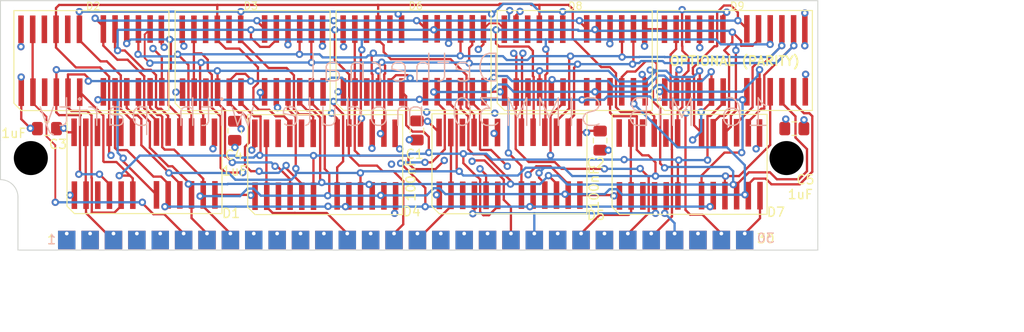
<source format=kicad_pcb>
(kicad_pcb (version 20211014) (generator pcbnew)
  (title_block (title "Модуль памяти SIMM30\\nЭлектронная модель") (date "2022-07-02") (rev "2") (company "Open Hardware") (comment 2 "Dethernal"))
  (layers (0 "F.Cu" signal) (1 "In1.Cu" signal) (2 "In2.Cu" signal) (31 "B.Cu" signal) (34 "B.Paste" user) (35 "F.Paste" user) (36 "B.SilkS" user "B.Silkscreen") (37 "F.SilkS" user "F.Silkscreen") (38 "B.Mask" user) (39 "F.Mask" user) (44 "Edge.Cuts" user))
  (net 0 "")
  (net 1 "+5V")
  (net 2 "GNDD")
  (net 3 "/DQ0")
  (net 4 "/~{WE}")
  (net 5 "/~{RAS}")
  (net 6 "/A11")
  (net 7 "/A10")
  (net 8 "/A0")
  (net 9 "/A1")
  (net 10 "/A2")
  (net 11 "/A3")
  (net 12 "/A4")
  (net 13 "/A5")
  (net 14 "/A6")
  (net 15 "/A7")
  (net 16 "/A8")
  (net 17 "/A9")
  (net 18 "/~{CAS}")
  (net 19 "/DQ1")
  (net 20 "/DQ2")
  (net 21 "/DQ3")
  (net 22 "/DQ4")
  (net 23 "/DQ5")
  (net 24 "/DQ6")
  (net 25 "/DQ7")
  (net 26 "/DP")
  (net 27 "/QP")
  (net 28 "/~{CASP}")
  (footprint "Package_SOJ26_24:SOJ-26-24_7.62x17.14mm_P1.27mm" (layer "F.Cu") (at 115.03 137.43 90)
    (fp_text reference "D8")
    (fp_text value "km41c16000CK")
  )
  (footprint "Capacitor_SMD:C_0805_2012Metric_Pad1.18x1.45mm_HandSolder" (layer "F.Cu") (at 117.89 146.23 90)
    (fp_text reference "C2")
    (fp_text value "100nF")
  )
  (footprint "Package_SOJ26_24:SOJ-26-24_7.62x17.14mm_P1.27mm" (layer "F.Cu") (at 87.92 148.74 90)
    (fp_text reference "D4")
    (fp_text value "km41c16000CK")
  )
  (footprint "Capacitor_SMD:C_0805_2012Metric_Pad1.18x1.45mm_HandSolder" (layer "F.Cu") (at 97.99 145.13 90)
    (fp_text reference "C1")
    (fp_text value "100nF")
  )
  (footprint "Package_SOJ26_24:SOJ-26-24_7.62x17.14mm_P1.27mm" (layer "F.Cu") (at 107.94 148.65 90)
    (fp_text reference "D5")
    (fp_text value "km41c16000CK")
  )
  (footprint "Capacitor_SMD:C_0805_2012Metric_Pad1.18x1.45mm_HandSolder" (layer "F.Cu") (at 57.79 144.93)
    (fp_text reference "C3")
    (fp_text value "1uF")
  )
  (footprint "Capacitor_SMD:C_0805_2012Metric_Pad1.18x1.45mm_HandSolder" (layer "F.Cu") (at 138.99 144.93)
    (fp_text reference "C5")
    (fp_text value "1uF")
  )
  (footprint "Package_SOJ26_24:SOJ-26-24_7.62x17.14mm_P1.27mm" (layer "F.Cu") (at 68.29 148.63 90)
    (fp_text reference "D1")
    (fp_text value "km41c16000CK")
  )
  (footprint "Package_SOJ26_24:SOJ-26-24_7.62x17.14mm_P1.27mm" (layer "F.Cu") (at 132.43 137.43 90)
    (fp_text reference "D9")
    (fp_text value "km41c16000CK")
  )
  (footprint "Capacitor_SMD:C_0805_2012Metric_Pad1.18x1.45mm_HandSolder" (layer "F.Cu") (at 78.19 145.1675 90)
    (fp_text reference "C4")
    (fp_text value "1uF")
  )
  (footprint "Connector_PCBEdge:SIMM30_88.86mm_P2.54mm_Edge" (layer "F.Cu") (at 99.04 156.33)
    (fp_text reference "J1" hide)
    (fp_text value "Conn_01x30_Male" hide)
    (fp_line (start 42.5 1.8) (end 42.5 -10.1) (layer "Edge.Cuts") (width 0.1))
    (fp_line (start -44.4 -3.956497) (end -44.4 1.8) (layer "Edge.Cuts") (width 0.1))
    (fp_line (start -44.4 1.8) (end 42.5 1.8) (layer "Edge.Cuts") (width 0.1))
    (fp_line (start -46.3 -10.1) (end -46.3 -5.856497) (layer "Edge.Cuts") (width 0.1))
    (fp_arc (start -46.3 -5.856497) (mid -44.956497 -5.3) (end -44.4 -3.956497) (layer "Edge.Cuts") (width 0.1))
  )
  (footprint "Package_SOJ26_24:SOJ-26-24_7.62x17.14mm_P1.27mm" (layer "F.Cu") (at 97.52 137.42 90)
    (fp_text reference "D6")
    (fp_text value "km41c16000CK")
  )
  (footprint "Package_SOJ26_24:SOJ-26-24_7.62x17.14mm_P1.27mm" (layer "F.Cu") (at 62.52 137.44 90)
    (fp_text reference "D2")
    (fp_text value "km41c16000CK")
  )
  (footprint "Package_SOJ26_24:SOJ-26-24_7.62x17.14mm_P1.27mm" (layer "F.Cu") (at 80.04 137.44 90)
    (fp_text reference "D3")
    (fp_text value "km41c16000CK")
  )
  (footprint "Package_SOJ26_24:SOJ-26-24_7.62x17.14mm_P1.27mm" (layer "F.Cu") (at 127.51 148.71 90)
    (fp_text reference "D7")
    (fp_text value "km41c16000CK")
  )
  (gr_line (start 141.54 146.23) (end 141.54 131.03) (layer "Edge.Cuts") (width 0.1))
  (gr_line (start 52.74 131.03) (end 141.54 131.03) (layer "Edge.Cuts") (width 0.1))
  (gr_line (start 52.74 146.23) (end 52.74 131.03) (layer "Edge.Cuts") (width 0.1))
  (gr_text "Dethernal\n16 MiB SIMM30 module with parity" (at 96.56 140.78) (layer "B.SilkS") (effects (font (size 3 3)) (justify mirror)))
  (gr_text "1" (at 58.29 156.98) (layer "B.SilkS") (effects (font (size 1 1)) (justify mirror)))
  (gr_text "30" (at 135.89 156.83) (layer "B.SilkS") (effects (font (size 1 1)) (justify mirror)))
  (gr_text "OPTIONAL (PARITY)" (at 132.515 137.58) (layer "F.SilkS") (effects (font (size 1 1) (thickness 0.2))))
  (gr_text "1" (at 58.29 156.98) (layer "F.SilkS") (effects (font (size 1 1))))
  (gr_text "30" (at 135.89 156.88) (layer "F.SilkS") (effects (font (size 1 1))))
  (segment (start 124.905 140.935) (end 124.375 140.935) (width 0.25) (layer "F.Cu") (net 1))
  (segment (start 122.78 140.93) (end 122.78 139.374011) (width 0.2) (layer "F.Cu") (net 1))
  (segment (start 95.67 154.0245) (end 95.565 154.1295) (width 0.25) (layer "F.Cu") (net 1))
  (segment (start 55 143.9) (end 55.995 144.895) (width 0.25) (layer "F.Cu") (net 1))
  (segment (start 118.7525 147.2425) (end 118.785 147.275) (width 0.25) (layer "F.Cu") (net 1))
  (segment (start 55 140.97) (end 55 139.34) (width 0.25) (layer "F.Cu") (net 1))
  (segment (start 95.67 152.24) (end 95.67 154.0245) (width 0.25) (layer "F.Cu") (net 1))
  (segment (start 55 139.34) (end 54.99 139.33) (width 0.25) (layer "F.Cu") (net 1))
  (segment (start 100.145 152.155) (end 100.115 152.125) (width 0.25) (layer "F.Cu") (net 1))
  (segment (start 117.885 147.2425) (end 118.7525 147.2425) (width 0.25) (layer "F.Cu") (net 1))
  (segment (start 80.005 152.245) (end 79.935 152.175) (width 0.25) (layer "F.Cu") (net 1))
  (segment (start 56.005 144.905) (end 55.995 144.895) (width 0.25) (layer "F.Cu") (net 1))
  (segment (start 71.825 140.945) (end 71.805 140.965) (width 0.25) (layer "F.Cu") (net 1))
  (segment (start 100.415 152.155) (end 100.145 152.155) (width 0.25) (layer "F.Cu") (net 1))
  (segment (start 107.505 140.935) (end 107.025 140.935) (width 0.25) (layer "F.Cu") (net 1))
  (segment (start 135.26 152.21) (end 135.26 154.67) (width 0.25) (layer "F.Cu") (net 1))
  (segment (start 97.1725 146.1425) (end 97.165 146.135) (width 0.25) (layer "F.Cu") (net 1))
  (segment (start 122.78 139.374011) (end 122.455989 139.05) (width 0.2) (layer "F.Cu") (net 1))
  (segment (start 56.7475 144.905) (end 56.005 144.905) (width 0.25) (layer "F.Cu") (net 1))
  (segment (start 60.315 152.135) (end 60.295 152.155) (width 0.25) (layer "F.Cu") (net 1))
  (segment (start 135.26 154.67) (end 133.6 156.33) (width 0.25) (layer "F.Cu") (net 1))
  (segment (start 140.18 139.065) (end 140.215 139.03) (width 0.25) (layer "F.Cu") (net 1))
  (segment (start 119.31 152.15) (end 115.69 152.15) (width 0.25) (layer "F.Cu") (net 1))
  (segment (start 78.185 146.935) (end 78.215 146.965) (width 0.25) (layer "F.Cu") (net 1))
  (segment (start 119.985 152.215) (end 119.415 152.215) (width 0.25) (layer "F.Cu") (net 1))
  (segment (start 70.27 137.19) (end 69.31 136.23) (width 0.25) (layer "F.Cu") (net 1))
  (segment (start 55 140.97) (end 55 143.9) (width 0.25) (layer "F.Cu") (net 1))
  (segment (start 80.395 152.245) (end 80.005 152.245) (width 0.25) (layer "F.Cu") (net 1))
  (segment (start 107.01 140.92) (end 107.025 140.935) (width 0.25) (layer "F.Cu") (net 1))
  (segment (start 70.27 140.94) (end 70.27 137.19) (width 0.25) (layer "F.Cu") (net 1))
  (segment (start 89.995 140.925) (end 89.435 140.925) (width 0.25) (layer "F.Cu") (net 1))
  (segment (start 140.18 140.93) (end 140.18 139.065) (width 0.25) (layer "F.Cu") (net 1))
  (segment (start 119.415 152.215) (end 119.395 152.235) (width 0.25) (layer "F.Cu") (net 1))
  (segment (start 60.765 152.135) (end 60.315 152.135) (width 0.25) (layer "F.Cu") (net 1))
  (segment (start 105.27 140.92) (end 107.01 140.92) (width 0.25) (layer "F.Cu") (net 1))
  (segment (start 72.515 140.945) (end 71.825 140.945) (width 0.25) (layer "F.Cu") (net 1))
  (segment (start 124.375 140.935) (end 124.355 140.915) (width 0.25) (layer "F.Cu") (net 1))
  (segment (start 79.89 152.13) (end 76.04 152.13) (width 0.25) (layer "F.Cu") (net 1))
  (segment (start 78.185 146.18) (end 78.185 146.935) (width 0.25) (layer "F.Cu") (net 1))
  (segment (start 97.985 146.1425) (end 97.1725 146.1425) (width 0.25) (layer "F.Cu") (net 1))
  (segment (start 79.935 152.175) (end 79.89 152.13) (width 0.25) (layer "F.Cu") (net 1))
  (segment (start 119.395 152.235) (end 119.31 152.15) (width 0.25) (layer "F.Cu") (net 1))
  (via (at 60.295 152.155) (size 0.8) (drill 0.4) (layers "F.Cu" "B.Cu") (net 1))
  (via (at 107.025 140.935) (size 0.8) (drill 0.4) (layers "F.Cu" "B.Cu") (net 1))
  (via (at 138.06 143.9) (size 0.8) (drill 0.4) (layers "F.Cu" "B.Cu") (net 1))
  (via (at 97.165 146.135) (size 0.8) (drill 0.4) (layers "F.Cu" "B.Cu") (net 1))
  (via (at 100.115 152.125) (size 0.8) (drill 0.4) (layers "F.Cu" "B.Cu") (net 1))
  (via (at 71.805 140.965) (size 0.8) (drill 0.4) (layers "F.Cu" "B.Cu") (net 1))
  (via (at 140.215 139.03) (size 0.8) (drill 0.4) (layers "F.Cu" "B.Cu") (net 1))
  (via (at 55.995 144.895) (size 0.8) (drill 0.4) (layers "F.Cu" "B.Cu") (net 1))
  (via (at 119.395 152.235) (size 0.8) (drill 0.4) (layers "F.Cu" "B.Cu") (net 1))
  (via (at 69.31 136.23) (size 0.8) (drill 0.4) (layers "F.Cu" "B.Cu") (net 1))
  (via (at 89.435 140.925) (size 0.8) (drill 0.4) (layers "F.Cu" "B.Cu") (net 1))
  (via (at 78.215 146.965) (size 0.8) (drill 0.4) (layers "F.Cu" "B.Cu") (net 1))
  (via (at 54.99 139.33) (size 0.8) (drill 0.4) (layers "F.Cu" "B.Cu") (net 1))
  (via (at 122.455989 139.05) (size 0.8) (drill 0.4) (layers "F.Cu" "B.Cu") (net 1))
  (via (at 118.785 147.275) (size 0.8) (drill 0.4) (layers "F.Cu" "B.Cu") (net 1))
  (via (at 95.565 154.1295) (size 0.8) (drill 0.4) (layers "F.Cu" "B.Cu") (net 1))
  (via (at 79.935 152.175) (size 0.8) (drill 0.4) (layers "F.Cu" "B.Cu") (net 1))
  (via (at 124.355 140.915) (size 0.8) (drill 0.4) (layers "F.Cu" "B.Cu") (net 1))
  (segment (start 122.725 135.9595) (end 122.715 135.9695) (width 0.25) (layer "F.Cu") (net 2))
  (segment (start 122.725 134.105) (end 122.725 135.9595) (width 0.25) (layer "F.Cu") (net 2))
  (segment (start 89.97 135.985) (end 90.015 136.03) (width 0.25) (layer "F.Cu") (net 2))
  (segment (start 58.8225 144.905) (end 59.585 144.905) (width 0.25) (layer "F.Cu") (net 2))
  (segment (start 116.6025 145.1675) (end 116.415 145.355) (width 0.25) (layer "F.Cu") (net 2))
  (segment (start 95.615 146.635) (end 96.115 147.135) (width 0.25) (layer "F.Cu") (net 2))
  (segment (start 87.735 134.115) (end 87.735 135.9595) (width 0.25) (layer "F.Cu") (net 2))
  (segment (start 54.97 134.14) (end 54.97 136.025) (width 0.25) (layer "F.Cu") (net 2))
  (segment (start 97.985 144.0675) (end 99.0675 144.0675) (width 0.25) (layer "F.Cu") (net 2))
  (segment (start 70.22 134.14) (end 70.22 135.7795) (width 0.2) (layer "F.Cu") (net 2))
  (segment (start 54.97 136.025) (end 54.965 136.03) (width 0.25) (layer "F.Cu") (net 2))
  (segment (start 99.0675 144.0675) (end 99.135 144.135) (width 0.25) (layer "F.Cu") (net 2))
  (segment (start 117.885 145.1675) (end 116.6025 145.1675) (width 0.25) (layer "F.Cu") (net 2))
  (segment (start 105.844511 133.495489) (end 105.22 134.12) (width 0.2) (layer "F.Cu") (net 2))
  (segment (start 106.870246 133.495489) (end 105.844511 133.495489) (width 0.2) (layer "F.Cu") (net 2))
  (segment (start 80.37 145.44) (end 80.37 146.932739) (width 0.2) (layer "F.Cu") (net 2))
  (segment (start 72.49 135.7945) (end 72.665 135.9695) (width 0.25) (layer "F.Cu") (net 2))
  (segment (start 80.37 146.932739) (end 80.037571 147.265168) (width 0.2) (layer "F.Cu") (net 2))
  (segment (start 107.48 134.105243) (end 106.870246 133.495489) (width 0.2) (layer "F.Cu") (net 2))
  (segment (start 70.22 135.7795) (end 70.5305 136.09) (width 0.2) (layer "F.Cu") (net 2))
  (segment (start 122.73 134.13) (end 124.88 134.13) (width 0.25) (layer "F.Cu") (net 2))
  (segment (start 116.385 145.325) (end 116.415 145.355) (width 0.25) (layer "F.Cu") (net 2))
  (segment (start 75.985 146.955) (end 75.825 147.115) (width 0.25) (layer "F.Cu") (net 2))
  (segment (start 105.215 135.766539) (end 104.6605 136.321039) (width 0.25) (layer "F.Cu") (net 2))
  (segment (start 78.185 144.255) (end 78.885 144.955) (width 0.25) (layer "F.Cu") (net 2))
  (segment (start 105.215 134.095) (end 105.215 135.766539) (width 0.25) (layer "F.Cu") (net 2))
  (segment (start 60.74 145.33) (end 60.05 145.33) (width 0.25) (layer "F.Cu") (net 2))
  (segment (start 75.985 145.305) (end 75.985 146.955) (width 0.25) (layer "F.Cu") (net 2))
  (segment (start 140.125 134.105) (end 140.125 132.385) (width 0.25) (layer "F.Cu") (net 2))
  (segment (start 87.735 135.9595) (end 87.725 135.9695) (width 0.25) (layer "F.Cu") (net 2))
  (segment (start 140.125 134.105) (end 140.125 135.925) (width 0.25) (layer "F.Cu") (net 2))
  (segment (start 99.175 144.135) (end 100.39 145.35) (width 0.25) (layer "F.Cu") (net 2))
  (segment (start 140.125 132.385) (end 140.135 132.375) (width 0.25) (layer "F.Cu") (net 2))
  (segment (start 99.135 144.135) (end 99.175 144.135) (width 0.25) (layer "F.Cu") (net 2))
  (segment (start 135.21 146.752457) (end 134.836907 147.12555) (width 0.2) (layer "F.Cu") (net 2))
  (segment (start 59.585 144.905) (end 59.605 144.885) (width 0.25) (layer "F.Cu") (net 2))
  (segment (start 60.05 145.33) (end 59.605 144.885) (width 0.25) (layer "F.Cu") (net 2))
  (segment (start 72.49 134.14) (end 72.49 135.7945) (width 0.25) (layer "F.Cu") (net 2))
  (segment (start 140.04 143.98) (end 140.04 144.9175) (width 0.25) (layer "F.Cu") (net 2))
  (segment (start 115.635 145.325) (end 116.385 145.325) (width 0.25) (layer "F.Cu") (net 2))
  (segment (start 89.97 134.12) (end 89.97 135.985) (width 0.25) (layer "F.Cu") (net 2))
  (via (at 96.115 147.135) (size 0.8) (drill 0.4) (layers "F.Cu" "B.Cu") (net 2))
  (via (at 75.825 147.115) (size 0.8) (drill 0.4) (layers "F.Cu" "B.Cu") (net 2))
  (via (at 70.5305 136.09) (size 0.8) (drill 0.4) (layers "F.Cu" "B.Cu") (net 2))
  (via (at 78.885 144.955) (size 0.8) (drill 0.4) (layers "F.Cu" "B.Cu") (net 2))
  (via (at 116.415 145.355) (size 0.8) (drill 0.4) (layers "F.Cu" "B.Cu") (net 2))
  (via (at 59.605 144.885) (size 0.8) (drill 0.4) (layers "F.Cu" "B.Cu") (net 2))
  (via (at 54.965 136.03) (size 0.8) (drill 0.4) (layers "F.Cu" "B.Cu") (net 2))
  (via (at 140.135 132.375) (size 0.8) (drill 0.4) (layers "F.Cu" "B.Cu") (net 2))
  (via (at 140.125 135.925) (size 0.8) (drill 0.4) (layers "F.Cu" "B.Cu") (net 2))
  (via (at 122.715 135.9695) (size 0.8) (drill 0.4) (layers "F.Cu" "B.Cu") (net 2))
  (via (at 90.015 136.03) (size 0.8) (drill 0.4) (layers "F.Cu" "B.Cu") (net 2))
  (via (at 87.725 135.9695) (size 0.8) (drill 0.4) (layers "F.Cu" "B.Cu") (net 2))
  (via (at 134.836907 147.12555) (size 0.8) (drill 0.4) (layers "F.Cu" "B.Cu") (net 2))
  (via (at 104.6605 136.321039) (size 0.8) (drill 0.4) (layers "F.Cu" "B.Cu") (net 2))
  (via (at 99.135 144.135) (size 0.8) (drill 0.4) (layers "F.Cu" "B.Cu") (net 2))
  (via (at 140.04 143.98) (size 0.8) (drill 0.4) (layers "F.Cu" "B.Cu") (net 2))
  (via (at 72.665 135.9695) (size 0.8) (drill 0.4) (layers "F.Cu" "B.Cu") (net 2))
  (via (at 80.037571 147.265168) (size 0.8) (drill 0.4) (layers "F.Cu" "B.Cu") (net 2))
  (segment (start 62.035 154.095) (end 62.035 152.135) (width 0.25) (layer "F.Cu") (net 3))
  (segment (start 62.035 154.095) (end 64.27 156.33) (width 0.25) (layer "F.Cu") (net 3))
  (segment (start 62.005 145.305) (end 62.005 152.105) (width 0.25) (layer "F.Cu") (net 3))
  (segment (start 61.475 143.465) (end 59.105 143.465) (width 0.25) (layer "F.Cu") (net 4))
  (segment (start 84.205 152.245) (end 84.205 150.425) (width 0.25) (layer "F.Cu") (net 4))
  (segment (start 104.06 154.17) (end 104.23 154) (width 0.25) (layer "F.Cu") (net 4))
  (segment (start 76.325 140.945) (end 76.325 138.675) (width 0.25) (layer "F.Cu") (net 4))
  (segment (start 93.805 138.654) (end 93.8005 138.6495) (width 0.25) (layer "F.Cu") (net 4))
  (segment (start 77.925 148.605) (end 77.275 147.955) (width 0.25) (layer "F.Cu") (net 4))
  (segment (start 93.805 140.925) (end 93.805 138.654) (width 0.25) (layer "F.Cu") (net 4))
  (segment (start 111.315 140.935) (end 111.315 138.655) (width 0.25) (layer "F.Cu") (net 4))
  (segment (start 104.23 154) (end 104.23 152.18) (width 0.25) (layer "F.Cu") (net 4))
  (segment (start 59.105 143.465) (end 58.805 143.165) (width 0.25) (layer "F.Cu") (net 4))
  (segment (start 61.475 143.465) (end 61.380489 143.559511) (width 0.25) (layer "F.Cu") (net 4))
  (segment (start 64.575 150.965) (end 63.495 149.885) (width 0.25) (layer "F.Cu") (net 4))
  (segment (start 76.325 138.675) (end 76.2995 138.6495) (width 0.25) (layer "F.Cu") (net 4))
  (segment (start 128.715 138.6695) (end 128.695 138.6495) (width 0.25) (layer "F.Cu") (net 4))
  (segment (start 128.715 140.935) (end 128.715 138.6695) (width 0.25) (layer "F.Cu") (net 4))
  (segment (start 61.380489 143.559511) (end 61.380489 149.759511) (width 0.25) (layer "F.Cu") (net 4))
  (segment (start 77.275 147.955) (end 77.135 147.955) (width 0.25) (layer "F.Cu") (net 4))
  (segment (start 61.380489 149.759511) (end 61.255 149.885) (width 0.25) (layer "F.Cu") (net 4))
  (segment (start 77.135 142.955) (end 77.135 147.955) (width 0.25) (layer "F.Cu") (net 4))
  (segment (start 123.8 152.24) (end 123.8 154.019003) (width 0.25) (layer "F.Cu") (net 4))
  (segment (start 123.8 154.019003) (end 123.910497 154.1295) (width 0.25) (layer "F.Cu") (net 4))
  (segment (start 76.325 142.145) (end 77.135 142.955) (width 0.25) (layer "F.Cu") (net 4))
  (segment (start 58.805 143.165) (end 58.805 140.945) (width 0.25) (layer "F.Cu") (net 4))
  (segment (start 82.795489 149.015489) (end 82.575489 149.015489) (width 0.25) (layer "F.Cu") (net 4))
  (segment (start 111.315 138.655) (end 111.3095 138.6495) (width 0.25) (layer "F.Cu") (net 4))
  (segment (start 84.205 150.425) (end 82.795489 149.015489) (width 0.25) (layer "F.Cu") (net 4))
  (segment (start 58.815 138.535) (end 58.815 140.935) (width 0.25) (layer "F.Cu") (net 4))
  (via (at 104.06 154.17) (size 0.8) (drill 0.4) (layers "F.Cu" "B.Cu") (net 4))
  (via (at 63.495 149.885) (size 0.8) (drill 0.4) (layers "F.Cu" "B.Cu") (net 4))
  (via (at 93.8005 138.6495) (size 0.8) (drill 0.4) (layers "F.Cu" "B.Cu") (net 4))
  (via (at 82.575489 149.015489) (size 0.8) (drill 0.4) (layers "F.Cu" "B.Cu") (net 4))
  (via (at 76.2995 138.6495) (size 0.8) (drill 0.4) (layers "F.Cu" "B.Cu") (net 4))
  (via (at 123.910497 154.1295) (size 0.8) (drill 0.4) (layers "F.Cu" "B.Cu") (net 4))
  (via (at 128.695 138.6495) (size 0.8) (drill 0.4) (layers "F.Cu" "B.Cu") (net 4))
  (via (at 111.3095 138.6495) (size 0.8) (drill 0.4) (layers "F.Cu" "B.Cu") (net 4))
  (via (at 58.815 138.535) (size 0.8) (drill 0.4) (layers "F.Cu" "B.Cu") (net 4))
  (via (at 77.925 148.605) (size 0.8) (drill 0.4) (layers "F.Cu" "B.Cu") (net 4))
  (via (at 123.328537 138.562491) (size 0.8) (drill 0.4) (layers "F.Cu" "B.Cu") (net 4))
  (via (at 61.255 149.885) (size 0.8) (drill 0.4) (layers "F.Cu" "B.Cu") (net 4))
  (segment (start 104.24 154.1295) (end 110.7405 154.1295) (width 0.25) (layer "B.Cu") (net 4))
  (segment (start 76.2995 138.6495) (end 58.9295 138.6495) (width 0.25) (layer "B.Cu") (net 4))
  (segment (start 58.9295 138.6495) (end 58.815 138.535) (width 0.25) (layer "B.Cu") (net 4))
  (segment (start 110.7405 154.1295) (end 123.910497 154.1295) (width 0.25) (layer "B.Cu") (net 4))
  (segment (start 61.255 149.885) (end 63.495 149.885) (width 0.25) (layer "B.Cu") (net 4))
  (segment (start 93.8005 138.6495) (end 76.2995 138.6495) (width 0.25) (layer "B.Cu") (net 4))
  (segment (start 123.9705 138.6495) (end 125.08402 138.6495) (width 0.25) (layer "B.Cu") (net 4))
  (segment (start 122.81 139.81) (end 119.961 139.81) (width 0.25) (layer "B.Cu") (net 4))
  (segment (start 77.925 148.605) (end 82.165 148.605) (width 0.25) (layer "B.Cu") (net 4))
  (segment (start 123.9705 138.6495) (end 122.81 139.81) (width 0.25) (layer "B.Cu") (net 4))
  (segment (start 82.165 148.605) (end 82.575489 149.015489) (width 0.25) (layer "B.Cu") (net 4))
  (segment (start 110.74 156.33) (end 110.74 154.13) (width 0.25) (layer "B.Cu") (net 4))
  (segment (start 123.9705 138.6495) (end 123.883491 138.562491) (width 0.25) (layer "B.Cu") (net 4))
  (segment (start 128.695 138.6495) (end 128.02902 139.31548) (width 0.25) (layer "B.Cu") (net 4))
  (segment (start 111.3095 138.6495) (end 93.8005 138.6495) (width 0.25) (layer "B.Cu") (net 4))
  (segment (start 123.883491 138.562491) (end 123.328537 138.562491) (width 0.25) (layer "B.Cu") (net 4))
  (segment (start 110.74 154.13) (end 110.7405 154.1295) (width 0.25) (layer "B.Cu") (net 4))
  (segment (start 125.75 139.31548) (end 125.08402 138.6495) (width 0.25) (layer "B.Cu") (net 4))
  (segment (start 119.961 139.81) (end 118.8005 138.6495) (width 0.25) (layer "B.Cu") (net 4))
  (segment (start 118.8005 138.6495) (end 111.3095 138.6495) (width 0.25) (layer "B.Cu") (net 4))
  (segment (start 128.02902 139.31548) (end 125.75 139.31548) (width 0.25) (layer "B.Cu") (net 4))
  (segment (start 65.12452 154.05548) (end 65.845 153.335) (width 0.25) (layer "F.Cu") (net 5))
  (segment (start 129.985 140.935) (end 129.985 138.785) (width 0.25) (layer "F.Cu") (net 5))
  (segment (start 60.08 140.97) (end 60.08 142.65) (width 0.25) (layer "F.Cu") (net 5))
  (segment (start 125.07 152.24) (end 125.07 153.9695) (width 0.25) (layer "F.Cu") (net 5))
  (segment (start 79.31 146.894614) (end 79.31 148.915386) (width 0.25) (layer "F.Cu") (net 5))
  (segment (start 60.08 142.65) (end 60.44548 143.01548) (width 0.25) (layer "F.Cu") (net 5))
  (segment (start 105.5 149.96) (end 104.84 149.3) (width 0.25) (layer "F.Cu") (net 5))
  (segment (start 62.285 139.435978) (end 62.285 139.765) (width 0.25) (layer "F.Cu") (net 5))
  (segment (start 95.704511 139.125489) (end 95.08 139.75) (width 0.25) (layer "F.Cu") (net 5))
  (segment (start 125.07 153.9695) (end 124.91 154.1295) (width 0.25) (layer "F.Cu") (net 5))
  (segment (start 60.075 140.945) (end 60.075 139.045) (width 0.25) (layer "F.Cu") (net 5))
  (segment (start 77.595 139.745) (end 78.355 138.985) (width 0.25) (layer "F.Cu") (net 5))
  (segment (start 62.66548 154.05548) (end 65.12452 154.05548) (width 0.25) (layer "F.Cu") (net 5))
  (segment (start 128.87 143.14) (end 128.87 143.12) (width 0.25) (layer "F.Cu") (net 5))
  (segment (start 62.664511 150.305489) (end 62.664511 154.054511) (width 0.25) (layer "F.Cu") (net 5))
  (segment (start 62.634511 150.275489) (end 62.664511 150.305489) (width 0.25) (layer "F.Cu") (net 5))
  (segment (start 97.249502 139.40048) (end 96.974511 139.125489) (width 0.25) (layer "F.Cu") (net 5))
  (segment (start 129.99 142.03) (end 128.875 143.145) (width 0.25) (layer "F.Cu") (net 5))
  (segment (start 60.44548 143.01548) (end 62.159991 143.01548) (width 0.25) (layer "F.Cu") (net 5))
  (segment (start 79.740489 143.960489) (end 79.740489 146.464125) (width 0.25) (layer "F.Cu") (net 5))
  (segment (start 79.354022 138.985) (end 79.925 139.555978) (width 0.25) (layer "F.Cu") (net 5))
  (segment (start 128.875 143.145) (end 128.87 143.14) (width 0.25) (layer "F.Cu") (net 5))
  (segment (start 79.925 139.555978) (end 79.925 139.765) (width 0.25) (layer "F.Cu") (net 5))
  (segment (start 78.64298 143.19298) (end 78.97298 143.19298) (width 0.25) (layer "F.Cu") (net 5))
  (segment (start 79.740489 146.464125) (end 79.31 146.894614) (width 0.25) (layer "F.Cu") (net 5))
  (segment (start 96.974511 139.125489) (end 95.704511 139.125489) (width 0.25) (layer "F.Cu") (net 5))
  (segment (start 79.949614 149.555) (end 80.845 149.555) (width 0.25) (layer "F.Cu") (net 5))
  (segment (start 105.5 152.18) (end 105.5 149.96) (width 0.25) (layer "F.Cu") (net 5))
  (segment (start 78.355 138.985) (end 79.354022 138.985) (width 0.25) (layer "F.Cu") (net 5))
  (segment (start 62.634511 143.49) (end 62.634511 150.275489) (width 0.25) (layer "F.Cu") (net 5))
  (segment (start 83.775 149.235114) (end 85.475 150.935114) (width 0.25) (layer "F.Cu") (net 5))
  (segment (start 60.075 139.045) (end 61.894022 139.045) (width 0.25) (layer "F.Cu") (net 5))
  (segment (start 78.97298 143.19298) (end 79.740489 143.960489) (width 0.25) (layer "F.Cu") (net 5))
  (segment (start 97.249502 139.38048) (end 97.249502 139.45) (width 0.25) (layer "F.Cu") (net 5))
  (segment (start 77.595 142.145) (end 78.64298 143.19298) (width 0.25) (layer "F.Cu") (net 5))
  (segment (start 62.159991 143.01548) (end 62.634511 143.49) (width 0.25) (layer "F.Cu") (net 5))
  (segment (start 79.31 148.915386) (end 79.949614 149.555) (width 0.25) (layer "F.Cu") (net 5))
  (segment (start 129.985 138.785) (end 129.955 138.755) (width 0.25) (layer "F.Cu") (net 5))
  (segment (start 61.894022 139.045) (end 62.285 139.435978) (width 0.25) (layer "F.Cu") (net 5))
  (segment (start 83.775 148.935) (end 83.775 149.235114) (width 0.25) (layer "F.Cu") (net 5))
  (segment (start 62.664511 154.054511) (end 62.66548 154.05548) (width 0.25) (layer "F.Cu") (net 5))
  (segment (start 97.109511 139.240489) (end 97.285 139.415978) (width 0.25) (layer "F.Cu") (net 5))
  (via (at 104.84 149.3) (size 0.8) (drill 0.4) (layers "F.Cu" "B.Cu") (net 5))
  (via (at 79.925 139.765) (size 0.8) (drill 0.4) (layers "F.Cu" "B.Cu") (net 5))
  (via (at 112.669011 139.61) (size 0.8) (drill 0.4) (layers "F.Cu" "B.Cu") (net 5))
  (via (at 106.45 143.250498) (size 0.8) (drill 0.4) (layers "F.Cu" "B.Cu") (net 5))
  (via (at 83.775 148.935) (size 0.8) (drill 0.4) (layers "F.Cu" "B.Cu") (net 5))
  (via (at 97.249502 139.45) (size 0.8) (drill 0.4) (layers "F.Cu" "B.Cu") (net 5))
  (via (at 124.91 154.1295) (size 0.8) (drill 0.4) (layers "F.Cu" "B.Cu") (net 5))
  (via (at 106.33 139.374) (size 0.8) (drill 0.4) (layers "F.Cu" "B.Cu") (net 5))
  (via (at 80.845 149.555) (size 0.8) (drill 0.4) (layers "F.Cu" "B.Cu") (net 5))
  (via (at 127.94 146.16) (size 0.8) (drill 0.4) (layers "F.Cu" "B.Cu") (net 5))
  (via (at 62.285 139.765) (size 0.8) (drill 0.4) (layers "F.Cu" "B.Cu") (net 5))
  (via (at 128.87 143.12) (size 0.8) (drill 0.4) (layers "F.Cu" "B.Cu") (net 5))
  (via (at 129.955 138.755) (size 0.8) (drill 0.4) (layers "F.Cu" "B.Cu") (net 5))
  (segment (start 119.35 140.33) (end 123.04 140.33) (width 0.25) (layer "B.Cu") (net 5))
  (segment (start 89.84 139.4) (end 90.205 139.765) (width 0.25) (layer "B.Cu") (net 5))
  (segment (start 128.87 143.12) (end 128.87 145.23) (width 0.25) (layer "B.Cu") (net 5))
  (segment (start 88.62 139.4) (end 89.84 139.4) (width 0.25) (layer "B.Cu") (net 5))
  (segment (start 124.91 154.1295) (end 125.98 155.1995) (width 0.25) (layer "B.Cu") (net 5))
  (segment (start 88.255 139.765) (end 88.62 139.4) (width 0.25) (layer "B.Cu") (net 5))
  (segment (start 82.97 149.74) (end 83.775 148.935) (width 0.25) (layer "B.Cu") (net 5))
  (segment (start 108.315 139.765) (end 118.785 139.765) (width 0.25) (layer "B.Cu") (net 5))
  (segment (start 124.87 139.17) (end 125.465 139.765) (width 0.25) (layer "B.Cu") (net 5))
  (segment (start 128.87 145.23) (end 127.94 146.16) (width 0.25) (layer "B.Cu") (net 5))
  (segment (start 128.945 139.765) (end 129.955 138.755) (width 0.25) (layer "B.Cu") (net 5))
  (segment (start 105.675 139.765) (end 106.22 139.22) (width 0.25) (layer "B.Cu") (net 5))
  (segment (start 80.845 149.555) (end 81.03 149.74) (width 0.25) (layer "B.Cu") (net 5))
  (segment (start 107.77 139.22) (end 108.315 139.765) (width 0.25) (layer "B.Cu") (net 5))
  (segment (start 90.205 139.765) (end 105.675 139.765) (width 0.25) (layer "B.Cu") (net 5))
  (segment (start 123.04 140.33) (end 124.2 139.17) (width 0.25) (layer "B.Cu") (net 5))
  (segment (start 124.2 139.17) (end 124.87 139.17) (width 0.25) (layer "B.Cu") (net 5))
  (segment (start 125.98 155.1995) (end 125.98 156.33) (width 0.25) (layer "B.Cu") (net 5))
  (segment (start 125.465 139.765) (end 128.945 139.765) (width 0.25) (layer "B.Cu") (net 5))
  (segment (start 106.22 139.22) (end 107.77 139.22) (width 0.25) (layer "B.Cu") (net 5))
  (segment (start 62.285 139.765) (end 88.255 139.765) (width 0.25) (layer "B.Cu") (net 5))
  (segment (start 118.785 139.765) (end 119.35 140.33) (width 0.25) (layer "B.Cu") (net 5))
  (segment (start 81.03 149.74) (end 82.97 149.74) (width 0.25) (layer "B.Cu") (net 5))
  (segment (start 65.34 148.56) (end 66.76 149.98) (width 0.25) (layer "F.Cu") (net 6))
  (segment (start 112.504511 147.735489) (end 112.504511 147.830989) (width 0.25) (layer "F.Cu") (net 6))
  (segment (start 96.35 140.95) (end 96.81452 141.41452) (width 0.25) (layer "F.Cu") (net 6))
  (segment (start 104.54 150.13) (end 104.48 150.13) (width 0.25) (layer "F.Cu") (net 6))
  (segment (start 86.745 147.864022) (end 86.749511 147.859511) (width 0.25) (layer "F.Cu") (net 6))
  (segment (start 66.704502 150.035498) (end 66.76 149.98) (width 0.25) (layer "F.Cu") (net 6))
  (segment (start 78.865 142.145) (end 80.310489 143.590489) (width 0.25) (layer "F.Cu") (net 6))
  (segment (start 63.920489 143.520489) (end 63.920489 148.480489) (width 0.25) (layer "F.Cu") (net 6))
  (segment (start 80.310489 143.590489) (end 80.989511 143.590489) (width 0.25) (layer "F.Cu") (net 6))
  (segment (start 126.34 152.24) (end 126.34 148.4395) (width 0.25) (layer "F.Cu") (net 6))
  (segment (start 80.989511 143.590489) (end 80.995 143.595978) (width 0.25) (layer "F.Cu") (net 6))
  (segment (start 112.504511 147.830989) (end 112.5 147.8355) (width 0.25) (layer "F.Cu") (net 6))
  (segment (start 99.28 145.832507) (end 99.28 147.53) (width 0.25) (layer "F.Cu") (net 6))
  (segment (start 65.645 150.035498) (end 66.704502 150.035498) (width 0.25) (layer "F.Cu") (net 6))
  (segment (start 86.745 152.245) (end 86.745 147.864022) (width 0.25) (layer "F.Cu") (net 6))
  (segment (start 103.029989 148.679989) (end 103.029989 147.660489) (width 0.25) (layer "F.Cu") (net 6))
  (segment (start 104.48 150.13) (end 103.029989 148.679989) (width 0.25) (layer "F.Cu") (net 6))
  (segment (start 129.555489 143.555489) (end 129.555489 148.345489) (width 0.25) (layer "F.Cu") (net 6))
  (segment (start 67.115 150.335) (end 66.76 149.98) (width 0.25) (layer "F.Cu") (net 6))
  (segment (start 104.854511 153.983533) (end 104.854511 150.444511) (width 0.25) (layer "F.Cu") (net 6))
  (segment (start 80.995 147.835) (end 80.9105 147.835) (width 0.25) (layer "F.Cu") (net 6))
  (segment (start 80.995 143.595978) (end 80.995 147.835) (width 0.25) (layer "F.Cu") (net 6))
  (segment (start 96.81452 144.55452) (end 97.51548 145.25548) (width 0.25) (layer "F.Cu") (net 6))
  (segment (start 104.854511 150.444511) (end 104.54 150.13) (width 0.25) (layer "F.Cu") (net 6))
  (segment (start 97.51548 145.25548) (end 98.702973 145.25548) (width 0.25) (layer "F.Cu") (net 6))
  (segment (start 106.77 153.38) (end 105.81 154.34) (width 0.25) (layer "F.Cu") (net 6))
  (segment (start 112.504511 143.515489) (end 112.504511 147.735489) (width 0.25) (layer "F.Cu") (net 6))
  (segment (start 129.555489 148.345489) (end 129.56 148.35) (width 0.25) (layer "F.Cu") (net 6))
  (segment (start 63.920489 148.480489) (end 64 148.56) (width 0.25) (layer "F.Cu") (net 6))
  (segment (start 105.210978 154.34) (end 104.854511 153.983533) (width 0.25) (layer "F.Cu") (net 6))
  (segment (start 67.115 152.135) (end 67.115 150.335) (width 0.25) (layer "F.Cu") (net 6))
  (segment (start 131.26 142.16) (end 129.864511 143.555489) (width 0.25) (layer "F.Cu") (net 6))
  (segment (start 129.864511 143.555489) (end 129.555489 143.555489) (width 0.25) (layer "F.Cu") (net 6))
  (segment (start 64 148.56) (end 65.34 148.56) (width 0.25) (layer "F.Cu") (net 6))
  (segment (start 98.702973 145.25548) (end 99.28 145.832507) (width 0.25) (layer "F.Cu") (net 6))
  (segment (start 61.345 140.945) (end 63.920489 143.520489) (width 0.25) (layer "F.Cu") (net 6))
  (segment (start 105.81 154.34) (end 105.210978 154.34) (width 0.25) (layer "F.Cu") (net 6))
  (segment (start 96.81452 141.41452) (end 96.81452 144.55452) (width 0.25) (layer "F.Cu") (net 6))
  (segment (start 126.34 148.4395) (end 126.4295 148.35) (width 0.25) (layer "F.Cu") (net 6))
  (segment (start 113.86 142.16) (end 112.504511 143.515489) (width 0.25) (layer "F.Cu") (net 6))
  (via (at 65.645 150.035498) (size 0.8) (drill 0.4) (layers "F.Cu" "B.Cu") (net 6))
  (via (at 129.56 148.35) (size 0.8) (drill 0.4) (layers "F.Cu" "B.Cu") (net 6))
  (via (at 86.749511 147.859511) (size 0.8) (drill 0.4) (layers "F.Cu" "B.Cu") (net 6))
  (via (at 99.28 147.53) (size 0.8) (drill 0.4) (layers "F.Cu" "B.Cu") (net 6))
  (via (at 112.5 147.8355) (size 0.8) (drill 0.4) (layers "F.Cu" "B.Cu") (net 6))
  (via (at 120.5005 148.295) (size 0.8) (drill 0.4) (layers "F.Cu" "B.Cu") (net 6))
  (via (at 80.9105 147.835) (size 0.8) (drill 0.4) (layers "F.Cu" "B.Cu") (net 6))
  (via (at 126.4295 148.35) (size 0.8) (drill 0.4) (layers "F.Cu" "B.Cu") (net 6))
  (via (at 103.029989 147.660489) (size 0.8) (drill 0.4) (layers "F.Cu" "B.Cu") (net 6))
  (segment (start 67.870489 147.859511) (end 65.645 150.085) (width 0.25) (layer "B.Cu") (net 6))
  (segment (start 120.5005 148.295) (end 126.3745 148.295) (width 0.25) (layer "B.Cu") (net 6))
  (segment (start 78.419614 148.075) (end 78.204125 147.859511) (width 0.25) (layer "B.Cu") (net 6))
  (segment (start 105.530489 147.660489) (end 97.219511 147.660489) (width 0.25) (layer "B.Cu") (net 6))
  (segment (start 80.9105 147.835) (end 80.485 147.835) (width 0.25) (layer "B.Cu") (net 6))
  (segment (start 80.245 148.075) (end 78.419614 148.075) (width 0.25) (layer "B.Cu") (net 6))
  (segment (start 126.4295 148.35) (end 129.56 148.35) (width 0.25) (layer "B.Cu") (net 6))
  (segment (start 80.485 147.835) (end 80.245 148.075) (width 0.25) (layer "B.Cu") (net 6))
  (segment (start 97.020489 147.859511) (end 86.749511 147.859511) (width 0.25) (layer "B.Cu") (net 6))
  (segment (start 78.204125 147.859511) (end 67.870489 147.859511) (width 0.25) (layer "B.Cu") (net 6))
  (segment (start 97.219511 147.660489) (end 97.020489 147.859511) (width 0.25) (layer "B.Cu") (net 6))
  (segment (start 86.725 147.835) (end 86.749511 147.859511) (width 0.25) (layer "B.Cu") (net 6))
  (segment (start 65.645 150.085) (end 65.645 150.035498) (width 0.25) (layer "B.Cu") (net 6))
  (segment (start 126.3745 148.295) (end 126.4295 148.35) (width 0.25) (layer "B.Cu") (net 6))
  (segment (start 120.5005 148.295) (end 106.165 148.295) (width 0.25) (layer "B.Cu") (net 6))
  (segment (start 106.165 148.295) (end 105.530489 147.660489) (width 0.25) (layer "B.Cu") (net 6))
  (segment (start 80.9105 147.835) (end 86.725 147.835) (width 0.25) (layer "B.Cu") (net 6))
  (segment (start 128.91 150.024614) (end 128.91 152.21) (width 0.25) (layer "F.Cu") (net 7))
  (segment (start 89.32 149.14) (end 89.32 152.24) (width 0.25) (layer "F.Cu") (net 7))
  (segment (start 133.267299 147.532701) (end 131.401913 147.532701) (width 0.25) (layer "F.Cu") (net 7))
  (segment (start 81.435 140.915) (end 81.065 140.915) (width 0.25) (layer "F.Cu") (net 7))
  (segment (start 131.401913 147.532701) (end 128.91 150.024614) (width 0.25) (layer "F.Cu") (net 7))
  (segment (start 88.925 141.985) (end 88.925 142.304022) (width 0.25) (layer "F.Cu") (net 7))
  (segment (start 81.065 140.915) (end 80.975 141.005) (width 0.25) (layer "F.Cu") (net 7))
  (segment (start 109.34 152.15) (end 109.34 148.9805) (width 0.25) (layer "F.Cu") (net 7))
  (segment (start 88.925 142.304022) (end 89.965489 143.344511) (width 0.25) (layer "F.Cu") (net 7))
  (segment (start 109.34 148.9805) (end 107.93 147.5705) (width 0.25) (layer "F.Cu") (net 7))
  (segment (start 66.075 148.495) (end 66.075 148.145) (width 0.25) (layer "F.Cu") (net 7))
  (segment (start 89.965489 143.344511) (end 89.965489 148.494511) (width 0.25) (layer "F.Cu") (net 7))
  (segment (start 89.965489 148.494511) (end 89.32 149.14) (width 0.25) (layer "F.Cu") (net 7))
  (segment (start 69.685 152.105) (end 66.075 148.495) (width 0.25) (layer "F.Cu") (net 7))
  (via (at 133.365 141.795) (size 0.8) (drill 0.4) (layers "F.Cu" "B.Cu") (net 7))
  (via (at 66.075 148.145) (size 0.8) (drill 0.4) (layers "F.Cu" "B.Cu") (net 7))
  (via (at 107.93 147.5705) (size 0.8) (drill 0.4) (layers "F.Cu" "B.Cu") (net 7))
  (via (at 80.975 141.005) (size 0.8) (drill 0.4) (layers "F.Cu" "B.Cu") (net 7))
  (via (at 115.925 141.795) (size 0.8) (drill 0.4) (layers "F.Cu" "B.Cu") (net 7))
  (via (at 98.2605 141.755902) (size 0.8) (drill 0.4) (layers "F.Cu" "B.Cu") (net 7))
  (via (at 63.335 141.795) (size 0.8) (drill 0.4) (layers "F.Cu" "B.Cu") (net 7))
  (via (at 133.267299 147.532701) (size 0.8) (drill 0.4) (layers "F.Cu" "B.Cu") (net 7))
  (via (at 88.925 141.985) (size 0.8) (drill 0.4) (layers "F.Cu" "B.Cu") (net 7))
  (segment (start 80.935 141.795) (end 80.935 141.045) (width 0.25) (layer "B.Cu") (net 7))
  (segment (start 107.925 147.5655) (end 107.93 147.5705) (width 0.25) (layer "B.Cu") (net 7))
  (segment (start 65.405 141.795) (end 63.335 141.795) (width 0.25) (layer "B.Cu") (net 7))
  (segment (start 80.935 141.795) (end 65.405 141.795) (width 0.25) (layer "B.Cu") (net 7))
  (segment (start 133.365 141.795) (end 133.365 147.435) (width 0.25) (layer "B.Cu") (net 7))
  (segment (start 118.69 141.43) (end 123.29 141.43) (width 0.25) (layer "B.Cu") (net 7))
  (segment (start 133.365 147.435) (end 133.267299 147.532701) (width 0.25) (layer "B.Cu") (net 7))
  (segment (start 65.4695 141.8595) (end 65.4695 147.5395) (width 0.25) (layer "B.Cu") (net 7))
  (segment (start 107.925 141.795) (end 115.925 141.795) (width 0.25) (layer "B.Cu") (net 7))
  (segment (start 65.405 141.795) (end 65.4695 141.8595) (width 0.25) (layer "B.Cu") (net 7))
  (segment (start 107.925 141.795) (end 107.925 147.5655) (width 0.25) (layer "B.Cu") (net 7))
  (segment (start 118.325 141.795) (end 118.69 141.43) (width 0.25) (layer "B.Cu") (net 7))
  (segment (start 80.935 141.045) (end 80.975 141.005) (width 0.25) (layer "B.Cu") (net 7))
  (segment (start 123.29 141.43) (end 123.655 141.795) (width 0.25) (layer "B.Cu") (net 7))
  (segment (start 115.925 141.795) (end 118.325 141.795) (width 0.25) (layer "B.Cu") (net 7))
  (segment (start 123.655 141.795) (end 133.365 141.795) (width 0.25) (layer "B.Cu") (net 7))
  (segment (start 65.4695 147.5395) (end 66.075 148.145) (width 0.25) (layer "B.Cu") (net 7))
  (segment (start 80.935 141.795) (end 98.505 141.795) (width 0.25) (layer "B.Cu") (net 7))
  (segment (start 98.299598 141.795) (end 98.2605 141.755902) (width 0.25) (layer "B.Cu") (net 7))
  (segment (start 107.925 141.795) (end 98.505 141.795) (width 0.25) (layer "B.Cu") (net 7))
  (segment (start 82.705 142.505) (end 82.845 142.645) (width 0.25) (layer "F.Cu") (net 8))
  (segment (start 98.9 153.39) (end 98.885 153.405) (width 0.25) (layer "F.Cu") (net 8))
  (segment (start 100.19 142.12) (end 101.014511 142.944511) (width 0.25) (layer "F.Cu") (net 8))
  (segment (start 96.22 148.7) (end 98.9 151.38) (width 0.25) (layer "F.Cu") (net 8))
  (segment (start 65.185 147.035) (end 65.185 140.915) (width 0.25) (layer "F.Cu") (net 8))
  (segment (start 65.415 147.265) (end 65.185 147.035) (width 0.25) (layer "F.Cu") (net 8))
  (segment (start 70.955 150.905) (end 70.195 150.145) (width 0.25) (layer "F.Cu") (net 8))
  (segment (start 70.195 150.145) (end 69.365 150.145) (width 0.25) (layer "F.Cu") (net 8))
  (segment (start 99.589022 148.6) (end 101.014511 147.174511) (width 0.25) (layer "F.Cu") (net 8))
  (segment (start 66.485 147.265) (end 65.415 147.265) (width 0.25) (layer "F.Cu") (net 8))
  (segment (start 69.365 150.145) (end 66.485 147.265) (width 0.25) (layer "F.Cu") (net 8))
  (segment (start 99.849502 140.92) (end 99.819502 140.95) (width 0.25) (layer "F.Cu") (net 8))
  (segment (start 100.19 140.92) (end 99.849502 140.92) (width 0.25) (layer "F.Cu") (net 8))
  (segment (start 98.9 151.38) (end 98.9 153.39) (width 0.25) (layer "F.Cu") (net 8))
  (segment (start 101.014511 142.944511) (end 101.014511 147.174511) (width 0.25) (layer "F.Cu") (net 8))
  (segment (start 82.705 140.915) (end 82.705 142.505) (width 0.25) (layer "F.Cu") (net 8))
  (segment (start 99.589022 148.6) (end 98.86 148.6) (width 0.25) (layer "F.Cu") (net 8))
  (segment (start 135.21 138.53) (end 135.21 140.82) (width 0.25) (layer "F.Cu") (net 8))
  (via (at 99.819502 140.95) (size 0.8) (drill 0.4) (layers "F.Cu" "B.Cu") (net 8))
  (via (at 82.845 142.645) (size 0.8) (drill 0.4) (layers "F.Cu" "B.Cu") (net 8))
  (via (at 88.3295 153.367701) (size 0.8) (drill 0.4) (layers "F.Cu" "B.Cu") (net 8))
  (via (at 90.225 153.405) (size 0.8) (drill 0.4) (layers "F.Cu" "B.Cu") (net 8))
  (via (at 98.885 153.405) (size 0.8) (drill 0.4) (layers "F.Cu" "B.Cu") (net 8))
  (via (at 117.329502 140.93) (size 0.8) (drill 0.4) (layers "F.Cu" "B.Cu") (net 8))
  (via (at 96.22 148.7) (size 0.8) (drill 0.4) (layers "F.Cu" "B.Cu") (net 8))
  (via (at 110.26 153.405) (size 0.8) (drill 0.4) (layers "F.Cu" "B.Cu") (net 8))
  (via (at 135.21 138.53) (size 0.8) (drill 0.4) (layers "F.Cu" "B.Cu") (net 8))
  (via (at 70.61 153.41) (size 0.8) (drill 0.4) (layers "F.Cu" "B.Cu") (net 8))
  (via (at 129.835 153.405) (size 0.8) (drill 0.4) (layers "F.Cu" "B.Cu") (net 8))
  (via (at 98.86 148.6) (size 0.8) (drill 0.4) (layers "F.Cu" "B.Cu") (net 8))
  (segment (start 107.7 140.13) (end 108.47 140.9) (width 0.25) (layer "B.Cu") (net 8))
  (segment (start 135.21 138.53) (end 135.000011 138.739989) (width 0.25) (layer "B.Cu") (net 8))
  (segment (start 98.885 153.405) (end 110.234502 153.405) (width 0.25) (layer "B.Cu") (net 8))
  (segment (start 108.5 140.93) (end 117.329502 140.93) (width 0.25) (layer "B.Cu") (net 8))
  (segment (start 135.000011 139.2) (end 133.35 140.850011) (width 0.25) (layer "B.Cu") (net 8))
  (segment (start 96.32 148.6) (end 96.22 148.7) (width 0.25) (layer "B.Cu") (net 8))
  (segment (start 133.35 140.92) (end 125.39 140.92) (width 0.25) (layer "B.Cu") (net 8))
  (segment (start 124.054897 140.190489) (end 123.315386 140.93) (width 0.25) (layer "B.Cu") (net 8))
  (segment (start 124.660489 140.190489) (end 124.054897 140.190489) (width 0.25) (layer "B.Cu") (net 8))
  (segment (start 135.000011 138.739989) (end 135.000011 139.2) (width 0.25) (layer "B.Cu") (net 8))
  (segment (start 133.35 140.850011) (end 133.35 140.92) (width 0.25) (layer "B.Cu") (net 8))
  (segment (start 123.315386 140.93) (end 117.329502 140.93) (width 0.25) (layer "B.Cu") (net 8))
  (segment (start 70.584502 153.405) (end 90.225 153.405) (width 0.25) (layer "B.Cu") (net 8))
  (segment (start 108.47 140.9) (end 108.5 140.93) (width 0.25) (layer "B.Cu") (net 8))
  (segment (start 125.39 140.92) (end 124.660489 140.190489) (width 0.25) (layer "B.Cu") (net 8))
  (segment (start 105.95 140.95) (end 106.77 140.13) (width 0.25) (layer "B.Cu") (net 8))
  (segment (start 96.34 148.6) (end 96.32 148.6) (width 0.25) (layer "B.Cu") (net 8))
  (segment (start 105.89 140.95) (end 105.95 140.95) (width 0.25) (layer "B.Cu") (net 8))
  (segment (start 90.225 153.405) (end 98.885 153.405) (width 0.25) (layer "B.Cu") (net 8))
  (segment (start 99.819502 140.95) (end 105.89 140.95) (width 0.25) (layer "B.Cu") (net 8))
  (segment (start 106.77 140.13) (end 107.7 140.13) (width 0.25) (layer "B.Cu") (net 8))
  (segment (start 110.234502 153.405) (end 129.835 153.405) (width 0.25) (layer "B.Cu") (net 8))
  (segment (start 98.86 148.6) (end 96.34 148.6) (width 0.25) (layer "B.Cu") (net 8))
  (segment (start 121.875489 143.585489) (end 119.365489 143.585489) (width 0.25) (layer "F.Cu") (net 9))
  (segment (start 68.045 143.905) (end 68.045 146.725) (width 0.25) (layer "F.Cu") (net 9))
  (segment (start 119.365489 143.585489) (end 118.97 143.19) (width 0.25) (layer "F.Cu") (net 9))
  (segment (start 123.905 150.085) (end 123.905 148.599282) (width 0.25) (layer "F.Cu") (net 9))
  (segment (start 102.305489 149.295489) (end 102.58 149.57) (width 0.25) (layer "F.Cu") (net 9))
  (segment (start 101.46 142.12) (end 102.305489 142.965489) (width 0.25) (layer "F.Cu") (net 9))
  (segment (start 136.365 146.704022) (end 132.984022 150.085) (width 0.25) (layer "F.Cu") (net 9))
  (segment (start 121.875489 143.585489) (end 121.875489 147.234511) (width 0.25) (layer "F.Cu") (net 9))
  (segment (start 118.97 143.19) (end 118.97 140.93) (width 0.25) (layer "F.Cu") (net 9))
  (segment (start 122.475749 147.834771) (end 123.140489 147.834771) (width 0.25) (layer "F.Cu") (net 9))
  (segment (start 67.620489 143.480489) (end 68.045 143.905) (width 0.25) (layer "F.Cu") (net 9))
  (segment (start 91.855 149.755) (end 91.845 149.745) (width 0.25) (layer "F.Cu") (net 9))
  (segment (start 83.975 142.805) (end 84.820489 143.650489) (width 0.25) (layer "F.Cu") (net 9))
  (segment (start 121.875489 147.234511) (end 122.475749 147.834771) (width 0.25) (layer "F.Cu") (net 9))
  (segment (start 136.365 140.905) (end 136.365 146.704022) (width 0.25) (layer "F.Cu") (net 9))
  (segment (start 84.820489 149.255989) (end 84.835 149.2705) (width 0.25) (layer "F.Cu") (net 9))
  (segment (start 132.984022 150.085) (end 131.5095 150.085) (width 0.25) (layer "F.Cu") (net 9))
  (segment (start 68.045 146.725) (end 72.225 150.905) (width 0.25) (layer "F.Cu") (net 9))
  (segment (start 66.455 140.915) (end 66.455 142.680718) (width 0.25) (layer "F.Cu") (net 9))
  (segment (start 67.254771 143.480489) (end 67.620489 143.480489) (width 0.25) (layer "F.Cu") (net 9))
  (segment (start 111.255 150.265) (end 111.255 149.745) (width 0.25) (layer "F.Cu") (net 9))
  (segment (start 131.445 150.085) (end 131.5095 150.085) (width 0.25) (layer "F.Cu") (net 9))
  (segment (start 102.305489 142.965489) (end 102.305489 149.295489) (width 0.25) (layer "F.Cu") (net 9))
  (segment (start 83.975 140.915) (end 83.975 142.805) (width 0.25) (layer "F.Cu") (net 9))
  (segment (start 84.820489 143.650489) (end 84.820489 149.255989) (width 0.25) (layer "F.Cu") (net 9))
  (segment (start 91.855 152.215) (end 91.855 149.755) (width 0.25) (layer "F.Cu") (net 9))
  (segment (start 66.455 142.680718) (end 67.254771 143.480489) (width 0.25) (layer "F.Cu") (net 9))
  (segment (start 111.875 150.885) (end 111.255 150.265) (width 0.25) (layer "F.Cu") (net 9))
  (segment (start 131.445 152.185) (end 131.445 150.085) (width 0.25) (layer "F.Cu") (net 9))
  (segment (start 123.905 148.599282) (end 123.140489 147.834771) (width 0.25) (layer "F.Cu") (net 9))
  (via (at 91.845 149.745) (size 0.8) (drill 0.4) (layers "F.Cu" "B.Cu") (net 9))
  (via (at 111.255 149.745) (size 0.8) (drill 0.4) (layers "F.Cu" "B.Cu") (net 9))
  (via (at 84.835 149.2705) (size 0.8) (drill 0.4) (layers "F.Cu" "B.Cu") (net 9))
  (via (at 131.5095 150.085) (size 0.8) (drill 0.4) (layers "F.Cu" "B.Cu") (net 9))
  (via (at 71.035 149.745) (size 0.8) (drill 0.4) (layers "F.Cu" "B.Cu") (net 9))
  (via (at 123.905 150.085) (size 0.8) (drill 0.4) (layers "F.Cu" "B.Cu") (net 9))
  (via (at 102.58 149.57) (size 0.8) (drill 0.4) (layers "F.Cu" "B.Cu") (net 9))
  (segment (start 123.905 150.085) (end 114.865 150.085) (width 0.25) (layer "B.Cu") (net 9))
  (segment (start 102.58 149.57) (end 92.02 149.57) (width 0.25) (layer "B.Cu") (net 9))
  (segment (start 71.035 149.745) (end 77.525 149.745) (width 0.25) (layer "B.Cu") (net 9))
  (segment (start 84.835 149.995) (end 84.835 149.675) (width 0.25) (layer "B.Cu") (net 9))
  (segment (start 102.58 149.57) (end 103.034511 150.024511) (width 0.25) (layer "B.Cu") (net 9))
  (segment (start 91.845 149.745) (end 84.905 149.745) (width 0.25) (layer "B.Cu") (net 9))
  (segment (start 92.02 149.57) (end 91.845 149.745) (width 0.25) (layer "B.Cu") (net 9))
  (segment (start 131.5095 150.085) (end 123.905 150.085) (width 0.25) (layer "B.Cu") (net 9))
  (segment (start 109.794886 149.185) (end 113.965 149.185) (width 0.25) (layer "B.Cu") (net 9))
  (segment (start 78.26548 150.48548) (end 84.34452 150.48548) (width 0.25) (layer "B.Cu") (net 9))
  (segment (start 84.835 149.675) (end 84.835 149.2705) (width 0.25) (layer "B.Cu") (net 9))
  (segment (start 84.905 149.745) (end 84.835 149.675) (width 0.25) (layer "B.Cu") (net 9))
  (segment (start 77.525 149.745) (end 78.26548 150.48548) (width 0.25) (layer "B.Cu") (net 9))
  (segment (start 103.034511 150.024511) (end 108.955375 150.024511) (width 0.25) (layer "B.Cu") (net 9))
  (segment (start 114.865 150.085) (end 113.965 149.185) (width 0.25) (layer "B.Cu") (net 9))
  (segment (start 111.815 149.185) (end 111.255 149.745) (width 0.25) (layer "B.Cu") (net 9))
  (segment (start 108.955375 150.024511) (end 109.794886 149.185) (width 0.25) (layer "B.Cu") (net 9))
  (segment (start 84.34452 150.48548) (end 84.835 149.995) (width 0.25) (layer "B.Cu") (net 9))
  (segment (start 103.575489 147.174511) (end 104.110978 147.71) (width 0.25) (layer "F.Cu") (net 10))
  (segment (start 67.725 140.915) (end 67.725 142.949282) (width 0.25) (layer "F.Cu") (net 10))
  (segment (start 124.415489 148.715489) (end 124.415489 142.755489) (width 0.25) (layer "F.Cu") (net 10))
  (segment (start 73.124502 150.724502) (end 73.124502 150.965) (width 0.25) (layer "F.Cu") (net 10))
  (segment (start 139.49 150.43) (end 137.09 150.43) (width 0.25) (layer "F.Cu") (net 10))
  (segment (start 113.145 150.899355) (end 112.2805 150.034855) (width 0.25) (layer "F.Cu") (net 10))
  (segment (start 132.344502 151.005) (end 132.66974 151.005) (width 0.25) (layer "F.Cu") (net 10))
  (segment (start 73.5 154.65) (end 75.18 156.33) (width 0.25) (layer "F.Cu") (net 10))
  (segment (start 132.72 151.01) (end 132.36 151.01) (width 0.25) (layer "F.Cu") (net 10))
  (segment (start 123.630489 140.570489) (end 124.054897 140.146081) (width 0.25) (layer "F.Cu") (net 10))
  (segment (start 140.364521 147.154521) (end 140.364521 149.555479) (width 0.25) (layer "F.Cu") (net 10))
  (segment (start 85.245 142.115) (end 86.05548 142.92548) (width 0.25) (layer "F.Cu") (net 10))
  (segment (start 108.1495 150.573782) (end 108.1495 150.950969) (width 0.25) (layer "F.Cu") (net 10))
  (segment (start 70.981467 149.020489) (end 71.420489 149.020489) (width 0.25) (layer "F.Cu") (net 10))
  (segment (start 104.110978 147.71) (end 105.3 147.71) (width 0.25) (layer "F.Cu") (net 10))
  (segment (start 140.364521 149.555479) (end 139.49 150.43) (width 0.25) (layer "F.Cu") (net 10))
  (segment (start 124.054897 140.146081) (end 124.054897 137.884897) (width 0.25) (layer "F.Cu") (net 10))
  (segment (start 87.474022 143.725) (end 87.474022 150.704022) (width 0.25) (layer "F.Cu") (net 10))
  (segment (start 120.84 138.73) (end 120.24 139.33) (width 0.25) (layer "F.Cu") (net 10))
  (segment (start 102.73 142.76) (end 103.574511 143.604511) (width 0.25) (layer "F.Cu") (net 10))
  (segment (start 124.895 149.195) (end 124.415489 148.715489) (width 0.25) (layer "F.Cu") (net 10))
  (segment (start 67.725 142.949282) (end 68.972859 144.197141) (width 0.25) (layer "F.Cu") (net 10))
  (segment (start 102.73 140.92) (end 102.73 142.76) (width 0.25) (layer "F.Cu") (net 10))
  (segment (start 120.24 139.33) (end 120.24 140.93) (width 0.25) (layer "F.Cu") (net 10))
  (segment (start 123.630489 141.970489) (end 123.630489 140.570489) (width 0.25) (layer "F.Cu") (net 10))
  (segment (start 105.3 147.724282) (end 108.1495 150.573782) (width 0.25) (layer "F.Cu") (net 10))
  (segment (start 103.574511 143.604511) (end 103.575489 143.604511) (width 0.25) (layer "F.Cu") (net 10))
  (segment (start 103.575489 143.604511) (end 103.575489 147.174511) (width 0.25) (layer "F.Cu") (net 10))
  (segment (start 136.34 149.68) (end 134.05 149.68) (width 0.25) (layer "F.Cu") (net 10))
  (segment (start 124.054897 137.884897) (end 123.775489 137.605489) (width 0.25) (layer "F.Cu") (net 10))
  (segment (start 73.495 151.335498) (end 73.124502 150.965) (width 0.25) (layer "F.Cu") (net 10))
  (segment (start 73.5 152.13) (end 73.5 154.65) (width 0.25) (layer "F.Cu") (net 10))
  (segment (start 68.972859 144.197141) (end 68.972859 147.011881) (width 0.25) (layer "F.Cu") (net 10))
  (segment (start 86.05548 142.92548) (end 86.674502 142.92548) (width 0.25) (layer "F.Cu") (net 10))
  (segment (start 121.72 138.73) (end 120.84 138.73) (width 0.25) (layer "F.Cu") (net 10))
  (segment (start 122.844511 137.605489) (end 121.72 138.73) (width 0.25) (layer "F.Cu") (net 10))
  (segment (start 139.11548 143.60548) (end 139.11548 145.90548) (width 0.25) (layer "F.Cu") (net 10))
  (segment (start 137.64 142.13) (end 139.11548 143.60548) (width 0.25) (layer "F.Cu") (net 10))
  (segment (start 68.972859 147.011881) (end 70.981467 149.020489) (width 0.25) (layer "F.Cu") (net 10))
  (segment (start 87.474022 150.704022) (end 87.655 150.885) (width 0.25) (layer "F.Cu") (net 10))
  (segment (start 71.420489 149.020489) (end 73.124502 150.724502) (width 0.25) (layer "F.Cu") (net 10))
  (segment (start 137.09 150.43) (end 136.34 149.68) (width 0.25) (layer "F.Cu") (net 10))
  (segment (start 123.775489 137.605489) (end 122.844511 137.605489) (width 0.25) (layer "F.Cu") (net 10))
  (segment (start 124.415489 142.755489) (end 123.630489 141.970489) (width 0.25) (layer "F.Cu") (net 10))
  (segment (start 105.3 147.71) (end 105.3 147.724282) (width 0.25) (layer "F.Cu") (net 10))
  (segment (start 134.05 149.68) (end 132.72 151.01) (width 0.25) (layer "F.Cu") (net 10))
  (segment (start 139.11548 145.90548) (end 140.364521 147.154521) (width 0.25) (layer "F.Cu") (net 10))
  (segment (start 86.674502 142.92548) (end 87.474022 143.725) (width 0.25) (layer "F.Cu") (net 10))
  (via (at 124.895 149.195) (size 0.8) (drill 0.4) (layers "F.Cu" "B.Cu") (net 10))
  (via (at 87.65 150.78) (size 0.8) (drill 0.4) (layers "F.Cu" "B.Cu") (net 10))
  (via (at 112.2805 150.034855) (size 0.8) (drill 0.4) (layers "F.Cu" "B.Cu") (net 10))
  (via (at 132.36 151.01) (size 0.8) (drill 0.4) (layers "F.Cu" "B.Cu") (net 10))
  (via (at 108.1495 150.950969) (size 0.8) (drill 0.4) (layers "F.Cu" "B.Cu") (net 10))
  (via (at 73.16 150.95) (size 0.8) (drill 0.4) (layers "F.Cu" "B.Cu") (net 10))
  (via (at 92.79 150.99) (size 0.8) (drill 0.4) (layers "F.Cu" "B.Cu") (net 10))
  (segment (start 112.2805 150.034855) (end 113.354855 150.034855) (width 0.25) (layer "B.Cu") (net 10))
  (segment (start 92.754502 150.985) (end 92.788533 150.950969) (width 0.25) (layer "B.Cu") (net 10))
  (segment (start 131.88 149.1) (end 132.344502 149.564502) (width 0.25) (layer "B.Cu") (net 10))
  (segment (start 113.354855 150.034855) (end 114.305 150.985) (width 0.25) (layer "B.Cu") (net 10))
  (segment (start 124.99 149.1) (end 131.88 149.1) (width 0.25) (layer "B.Cu") (net 10))
  (segment (start 132.344502 149.564502) (end 132.344502 151.005) (width 0.25) (layer "B.Cu") (net 10))
  (segment (start 114.305 150.985) (end 114.325 151.005) (width 0.25) (layer "B.Cu") (net 10))
  (segment (start 77.445 150.935) (end 77.415 150.965) (width 0.25) (layer "B.Cu") (net 10))
  (segment (start 92.788533 150.950969) (end 111.364386 150.950969) (width 0.25) (layer "B.Cu") (net 10))
  (segment (start 77.415 150.965) (end 73.124502 150.965) (width 0.25) (layer "B.Cu") (net 10))
  (segment (start 111.364386 150.950969) (end 112.2805 150.034855) (width 0.25) (layer "B.Cu") (net 10))
  (segment (start 124.895 149.195) (end 124.99 149.1) (width 0.25) (layer "B.Cu") (net 10))
  (segment (start 92.704502 150.935) (end 92.754502 150.985) (width 0.25) (layer "B.Cu") (net 10))
  (segment (start 77.445 150.935) (end 92.704502 150.935) (width 0.25) (layer "B.Cu") (net 10))
  (segment (start 114.325 151.005) (end 132.344502 151.005) (width 0.25) (layer "B.Cu") (net 10))
  (segment (start 106.04 147.25) (end 107.81 149.02) (width 0.25) (layer "F.Cu") (net 11))
  (segment (start 70.581467 147.210489) (end 71.600489 147.210489) (width 0.25) (layer "F.Cu") (net 11))
  (segment (start 136.5 150.98) (end 135.880489 150.360489) (width 0.25) (layer "F.Cu") (net 11))
  (segment (start 87.975 143.685) (end 87.975 149.315) (width 0.25) (layer "F.Cu") (net 11))
  (segment (start 139.575718 150.98) (end 136.5 150.98) (width 0.25) (layer "F.Cu") (net 11))
  (segment (start 110.16 149.815386) (end 110.0645 149.910886) (width 0.25) (layer "F.Cu") (net 11))
  (segment (start 74.77 153.38) (end 77.72 156.33) (width 0.25) (layer "F.Cu") (net 11))
  (segment (start 70.125 143.450489) (end 70.314511 143.64) (width 0.25) (layer "F.Cu") (net 11))
  (segment (start 69.780489 143.450489) (end 70.125 143.450489) (width 0.25) (layer "F.Cu") (net 11))
  (segment (start 70.314511 143.64) (end 70.314511 146.943533) (width 0.25) (layer "F.Cu") (net 11))
  (segment (start 140.93952 149.616198) (end 139.575718 150.98) (width 0.25) (layer "F.Cu") (net 11))
  (segment (start 94.024502 152.185) (end 94.365 152.185) (width 0.25) (layer "F.Cu") (net 11))
  (segment (start 104.920978 147.25) (end 106.04 147.25) (width 0.25) (layer "F.Cu") (net 11))
  (segment (start 88.465 152.045) (end 88.295 152.215) (width 0.25) (layer "F.Cu") (net 11))
  (segment (start 104 142.12) (end 104.845489 142.965489) (width 0.25) (layer "F.Cu") (net 11))
  (segment (start 135.880489 150.360489) (end 134.609511 150.360489) (width 0.25) (layer "F.Cu") (net 11))
  (segment (start 138.91 142.13) (end 140.035489 143.255489) (width 0.25) (layer "F.Cu") (net 11))
  (segment (start 74.765 150.375) (end 74.765 152.105) (width 0.25) (layer "F.Cu") (net 11))
  (segment (start 140.035489 143.255489) (end 140.615489 143.255489) (width 0.25) (layer "F.Cu") (net 11))
  (segment (start 114.42 150.95) (end 112.490489 149.020489) (width 0.25) (layer "F.Cu") (net 11))
  (segment (start 70.314511 146.943533) (end 70.581467 147.210489) (width 0.25) (layer "F.Cu") (net 11))
  (segment (start 104.845489 142.965489) (end 104.845489 147.174511) (width 0.25) (layer "F.Cu") (net 11))
  (segment (start 88.465 149.805) (end 88.465 152.045) (width 0.25) (layer "F.Cu") (net 11))
  (segment (start 87.975 143.685) (end 87.975 143.590261) (width 0.25) (layer "F.Cu") (net 11))
  (segment (start 112.490489 149.020489) (end 110.954897 149.020489) (width 0.25) (layer "F.Cu") (net 11))
  (segment (start 87.975 149.315) (end 88.465 149.805) (width 0.25) (layer "F.Cu") (net 11))
  (segment (start 68.995 140.915) (end 68.995 142.665) (width 0.25) (layer "F.Cu") (net 11))
  (segment (start 110.954897 149.020489) (end 110.16 149.815386) (width 0.25) (layer "F.Cu") (net 11))
  (segment (start 110.0645 149.910886) (end 110.0645 149.94) (width 0.25) (layer "F.Cu") (net 11))
  (segment (start 104.845489 147.174511) (end 104.920978 147.25) (width 0.25) (layer "F.Cu") (net 11))
  (segment (start 140.93952 143.57952) (end 140.93952 149.616198) (width 0.25) (layer "F.Cu") (net 11))
  (segment (start 134.609511 150.360489) (end 133.985 150.985) (width 0.25) (layer "F.Cu") (net 11))
  (segment (start 87.975 143.590261) (end 86.52 142.13526) (width 0.25) (layer "F.Cu") (net 11))
  (segment (start 68.995 142.665) (end 69.780489 143.450489) (width 0.25) (layer "F.Cu") (net 11))
  (segment (start 71.600489 147.210489) (end 74.765 150.375) (width 0.25) (layer "F.Cu") (net 11))
  (segment (start 140.615489 143.255489) (end 140.93952 143.57952) (width 0.25) (layer "F.Cu") (net 11))
  (via (at 74.43 152.26) (size 0.8) (drill 0.4) (layers "F.Cu" "B.Cu") (net 11))
  (via (at 114.08 152.05) (size 0.8) (drill 0.4) (layers "F.Cu" "B.Cu") (net 11))
  (via (at 110.0645 149.94) (size 0.8) (drill 0.4) (layers "F.Cu" "B.Cu") (net 11))
  (via (at 107.81 149.02) (size 0.8) (drill 0.4) (layers "F.Cu" "B.Cu") (net 11))
  (via (at 133.63 152.11) (size 0.8) (drill 0.4) (layers "F.Cu" "B.Cu") (net 11))
  (via (at 94.06 152.185) (size 0.8) (drill 0.4) (layers "F.Cu" "B.Cu") (net 11))
  (via (at 88.295 152.215) (size 0.8) (drill 0.4) (layers "F.Cu" "B.Cu") (net 11))
  (via (at 121.56 142.24) (size 0.8) (drill 0.4) (layers "F.Cu" "B.Cu") (net 11))
  (segment (start 118.929511 151.510489) (end 119.695103 151.510489) (width 0.25) (layer "B.Cu") (net 11))
  (segment (start 94.024502 152.185) (end 99.030386 152.185) (width 0.25) (layer "B.Cu") (net 11))
  (segment (start 100.430489 151.400489) (end 101.075 152.045) (width 0.25) (layer "B.Cu") (net 11))
  (segment (start 93.994502 152.215) (end 94.024502 152.185) (width 0.25) (layer "B.Cu") (net 11))
  (segment (start 114.044502 152.045) (end 118.395 152.045) (width 0.25) (layer "B.Cu") (net 11))
  (segment (start 131.67 146.96) (end 133.614502 148.904502) (width 0.25) (layer "B.Cu") (net 11))
  (segment (start 119.695103 151.510489) (end 120.225 152.040386) (width 0.25) (layer "B.Cu") (net 11))
  (segment (start 99.030386 152.185) (end 99.814897 151.400489) (width 0.25) (layer "B.Cu") (net 11))
  (segment (start 78.765 152.265) (end 79.579511 151.450489) (width 0.25) (layer "B.Cu") (net 11))
  (segment (start 118.395 152.045) (end 118.929511 151.510489) (width 0.25) (layer "B.Cu") (net 11))
  (segment (start 99.814897 151.400489) (end 100.430489 151.400489) (width 0.25) (layer "B.Cu") (net 11))
  (segment (start 78.765 152.265) (end 74.415 152.265) (width 0.25) (layer "B.Cu") (net 11))
  (segment (start 101.075 152.045) (end 114.044502 152.045) (width 0.25) (layer "B.Cu") (net 11))
  (segment (start 120.299614 152.115) (end 133.614502 152.115) (width 0.25) (layer "B.Cu") (net 11))
  (segment (start 133.614502 148.904502) (end 133.614502 152.115) (width 0.25) (layer "B.Cu") (net 11))
  (segment (start 126.28 146.96) (end 131.67 146.96) (width 0.25) (layer "B.Cu") (net 11))
  (segment (start 121.56 142.24) (end 126.28 146.96) (width 0.25) (layer "B.Cu") (net 11))
  (segment (start 80.260489 151.450489) (end 81.025 152.215) (width 0.25) (layer "B.Cu") (net 11))
  (segment (start 88.295 152.215) (end 93.994502 152.215) (width 0.25) (layer "B.Cu") (net 11))
  (segment (start 120.225 152.040386) (end 120.299614 152.115) (width 0.25) (layer "B.Cu") (net 11))
  (segment (start 81.025 152.215) (end 88.295 152.215) (width 0.25) (layer "B.Cu") (net 11))
  (segment (start 79.579511 151.450489) (end 80.260489 151.450489) (width 0.25) (layer "B.Cu") (net 11))
  (segment (start 68.41 137.26) (end 68.975 137.825) (width 0.2) (layer "F.Cu") (net 12))
  (segment (start 94.434511 145.375489) (end 94.434511 139.040103) (width 0.25) (layer "F.Cu") (net 12))
  (segment (start 103.665 136.175) (end 103.665 137.605) (width 0.25) (layer "F.Cu") (net 12))
  (segment (start 115.06 143.48) (end 115.06 138.31) (width 0.25) (layer "F.Cu") (net 12))
  (segment (start 138.935 135.915) (end 138.915 135.915) (width 0.25) (layer "F.Cu") (net 12))
  (segment (start 69 134.11) (end 68.41 134.7) (width 0.2) (layer "F.Cu") (net 12))
  (segment (start 135.724511 142.754511) (end 135.415489 142.754511) (width 0.25) (layer "F.Cu") (net 12))
  (segment (start 115.06 138.31) (end 115.445 137.925) (width 0.25) (layer "F.Cu") (net 12))
  (segment (start 138.935 135.915) (end 138.935 134.105) (width 0.25) (layer "F.Cu") (net 12))
  (segment (start 86.515 134.085) (end 86.515 137.725) (width 0.25) (layer "F.Cu") (net 12))
  (segment (start 94.525011 138.080746) (end 94.16188 137.717615) (width 0.25) (layer "F.Cu") (net 12))
  (segment (start 103.995 135.845) (end 103.685 136.155) (width 0.25) (layer "F.Cu") (net 12))
  (segment (start 74.430489 137.859511) (end 74.540489 137.749511) (width 0.25) (layer "F.Cu") (net 12))
  (segment (start 94.434511 139.040103) (end 94.525011 138.949603) (width 0.25) (layer "F.Cu") (net 12))
  (segment (start 68.41 134.7) (end 68.41 137.26) (width 0.2) (layer "F.Cu") (net 12))
  (segment (start 121.505 134.075) (end 121.505 137.835) (width 0.25) (layer "F.Cu") (net 12))
  (segment (start 74.765 145.275) (end 74.765 143.385) (width 0.25) (layer "F.Cu") (net 12))
  (segment (start 135.415489 142.754511) (end 133.99 144.18) (width 0.25) (layer "F.Cu") (net 12))
  (segment (start 86.515 137.725) (end 86.539511 137.749511) (width 0.25) (layer "F.Cu") (net 12))
  (segment (start 74.430489 143.050489) (end 74.430489 137.859511) (width 0.25) (layer "F.Cu") (net 12))
  (segment (start 121.505 137.835) (end 121.415 137.925) (width 0.25) (layer "F.Cu") (net 12))
  (segment (start 103.685 136.155) (end 103.665 136.175) (width 0.25) (layer "F.Cu") (net 12))
  (segment (start 135.724511 139.105489) (end 135.724511 142.754511) (width 0.25) (layer "F.Cu") (net 12))
  (segment (start 138.915 135.915) (end 135.724511 139.105489) (width 0.25) (layer "F.Cu") (net 12))
  (segment (start 114.42 144.12) (end 115.06 143.48) (width 0.25) (layer "F.Cu") (net 12))
  (segment (start 94.525011 138.949603) (end 94.525011 138.080746) (width 0.25) (layer "F.Cu") (net 12))
  (segment (start 74.765 143.385) (end 74.430489 143.050489) (width 0.25) (layer "F.Cu") (net 12))
  (segment (start 103.995 134.065) (end 103.995 135.845) (width 0.25) (layer "F.Cu") (net 12))
  (via (at 138.935 135.915) (size 0.8) (drill 0.4) (layers "F.Cu" "B.Cu") (net 12))
  (via (at 86.539511 137.749511) (size 0.8) (drill 0.4) (layers "F.Cu" "B.Cu") (net 12))
  (via (at 121.415 137.925) (size 0.8) (drill 0.4) (layers "F.Cu" "B.Cu") (net 12))
  (via (at 94.029502 145.47) (size 0.8) (drill 0.4) (layers "F.Cu" "B.Cu") (net 12))
  (via (at 74.540489 137.749511) (size 0.8) (drill 0.4) (layers "F.Cu" "B.Cu") (net 12))
  (via (at 68.975 137.825) (size 0.8) (drill 0.4) (layers "F.Cu" "B.Cu") (net 12))
  (via (at 94.16188 137.717615) (size 0.8) (drill 0.4) (layers "F.Cu" "B.Cu") (net 12))
  (via (at 115.445 137.925) (size 0.8) (drill 0.4) (layers "F.Cu" "B.Cu") (net 12))
  (via (at 103.665 137.815) (size 0.8) (drill 0.4) (layers "F.Cu" "B.Cu") (net 12))
  (segment (start 121.534501 137.805499) (end 121.415 137.925) (width 0.25) (layer "B.Cu") (net 12))
  (segment (start 138.935 135.915) (end 137.044501 137.805499) (width 0.25) (layer "B.Cu") (net 12))
  (segment (start 137.044501 137.805499) (end 124.905499 137.805499) (width 0.25) (layer "B.Cu") (net 12))
  (segment (start 124.69 137.59) (end 122.345718 137.59) (width 0.25) (layer "B.Cu") (net 12))
  (segment (start 74.540489 137.749511) (end 103.620489 137.749511) (width 0.25) (layer "B.Cu") (net 12))
  (segment (start 122.130219 137.805499) (end 121.534501 137.805499) (width 0.25) (layer "B.Cu") (net 12))
  (segment (start 115.445 137.925) (end 103.775 137.925) (width 0.25) (layer "B.Cu") (net 12))
  (segment (start 121.415 137.925) (end 115.445 137.925) (width 0.25) (layer "B.Cu") (net 12))
  (segment (start 124.905499 137.805499) (end 124.69 137.59) (width 0.25) (layer "B.Cu") (net 12))
  (segment (start 69.050489 137.749511) (end 68.975 137.825) (width 0.25) (layer "B.Cu") (net 12))
  (segment (start 74.540489 137.749511) (end 69.050489 137.749511) (width 0.25) (layer "B.Cu") (net 12))
  (segment (start 103.775 137.925) (end 103.665 137.815) (width 0.25) (layer "B.Cu") (net 12))
  (segment (start 122.345718 137.59) (end 122.130219 137.805499) (width 0.25) (layer "B.Cu") (net 12))
  (segment (start 134.454511 138.260875) (end 134.454511 142.605489) (width 0.25) (layer "F.Cu") (net 13))
  (segment (start 73.160489 138.020489) (end 71.995 136.855) (width 0.25) (layer "F.Cu") (net 13))
  (segment (start 102.725 136.995) (end 102.725 134.065) (width 0.25) (layer "F.Cu") (net 13))
  (segment (start 85.245 134.085) (end 85.245 136.835) (width 0.25) (layer "F.Cu") (net 13))
  (segment (start 93.25 136.73) (end 93.075989 136.904011) (width 0.25) (layer "F.Cu") (net 13))
  (segment (start 73.495 143.355) (end 73.160489 143.020489) (width 0.25) (layer "F.Cu") (net 13))
  (segment (start 114.53 137.19) (end 114.665 137.055) (width 0.25) (layer "F.Cu") (net 13))
  (segment (start 93.075989 138.949603) (end 93.164511 139.038125) (width 0.25) (layer "F.Cu") (net 13))
  (segment (start 135.734511 137.805489) (end 134.909897 137.805489) (width 0.25) (layer "F.Cu") (net 13))
  (segment (start 134.454511 142.605489) (end 132.72 144.34) (width 0.25) (layer "F.Cu") (net 13))
  (segment (start 120.265 137.145) (end 120.275 137.155) (width 0.25) (layer "F.Cu") (net 13))
  (segment (start 85.245 136.835) (end 85.225 136.855) (width 0.25) (layer "F.Cu") (net 13))
  (segment (start 114.53 142.74) (end 114.53 137.19) (width 0.25) (layer "F.Cu") (net 13))
  (segment (start 137.625 135.915) (end 137.625 134.085) (width 0.25) (layer "F.Cu") (net 13))
  (segment (start 102.695 137.025) (end 102.725 136.995) (width 0.25) (layer "F.Cu") (net 13))
  (segment (start 120.265 134.105) (end 120.265 137.145) (width 0.25) (layer "F.Cu") (net 13))
  (segment (start 73.160489 143.020489) (end 73.160489 138.020489) (width 0.25) (layer "F.Cu") (net 13))
  (segment (start 93.075989 136.904011) (end 93.075989 138.949603) (width 0.25) (layer "F.Cu") (net 13))
  (segment (start 67.725 136.815) (end 67.725 134.085) (width 0.25) (layer "F.Cu") (net 13))
  (segment (start 113.15 144.12) (end 114.53 142.74) (width 0.25) (layer "F.Cu") (net 13))
  (segment (start 137.625 135.915) (end 135.734511 137.805489) (width 0.25) (layer "F.Cu") (net 13))
  (segment (start 73.495 145.275) (end 73.495 143.355) (width 0.25) (layer "F.Cu") (net 13))
  (segment (start 93.164511 145.375489) (end 93.164511 139.038125) (width 0.25) (layer "F.Cu") (net 13))
  (segment (start 67.685 136.855) (end 67.725 136.815) (width 0.25) (layer "F.Cu") (net 13))
  (segment (start 134.909897 137.805489) (end 134.454511 138.260875) (width 0.25) (layer "F.Cu") (net 13))
  (via (at 120.275 137.155) (size 0.8) (drill 0.4) (layers "F.Cu" "B.Cu") (net 13))
  (via (at 93.1 147.07) (size 0.8) (drill 0.4) (layers "F.Cu" "B.Cu") (net 13))
  (via (at 114.665 137.055) (size 0.8) (drill 0.4) (layers "F.Cu" "B.Cu") (net 13))
  (via (at 67.685 136.855) (size 0.8) (drill 0.4) (layers "F.Cu" "B.Cu") (net 13))
  (via (at 93.25 136.73) (size 0.8) (drill 0.4) (layers "F.Cu" "B.Cu") (net 13))
  (via (at 85.225 136.855) (size 0.8) (drill 0.4) (layers "F.Cu" "B.Cu") (net 13))
  (via (at 102.695 137.025) (size 0.8) (drill 0.4) (layers "F.Cu" "B.Cu") (net 13))
  (via (at 71.995 136.855) (size 0.8) (drill 0.4) (layers "F.Cu" "B.Cu") (net 13))
  (via (at 137.625 135.915) (size 0.8) (drill 0.4) (layers "F.Cu" "B.Cu") (net 13))
  (segment (start 124.89048 137.14048) (end 124.905 137.155) (width 0.25) (layer "B.Cu") (net 13))
  (segment (start 122.159521 137.14048) (end 124.89048 137.14048) (width 0.25) (layer "B.Cu") (net 13))
  (segment (start 71.995 136.855) (end 85.225 136.855) (width 0.25) (layer "B.Cu") (net 13))
  (segment (start 107.325 137.055) (end 102.725 137.055) (width 0.25) (layer "B.Cu") (net 13))
  (segment (start 94.485489 136.975489) (end 92.694511 136.975489) (width 0.25) (layer "B.Cu") (net 13))
  (segment (start 110.385 137.055) (end 110.385 137.095) (width 0.25) (layer "B.Cu") (net 13))
  (segment (start 136.385 137.155) (end 137.625 135.915) (width 0.25) (layer "B.Cu") (net 13))
  (segment (start 110.385 137.095) (end 110.00452 137.47548) (width 0.25) (layer "B.Cu") (net 13))
  (segment (start 71.995 136.855) (end 71.77 137.08) (width 0.25) (layer "B.Cu") (net 13))
  (segment (start 114.665 137.055) (end 110.385 137.055) (width 0.25) (layer "B.Cu") (net 13))
  (segment (start 120.555 137.055) (end 114.665 137.055) (width 0.25) (layer "B.Cu") (net 13))
  (segment (start 120.275 137.155) (end 122.145 137.155) (width 0.25) (layer "B.Cu") (net 13))
  (segment (start 110.00452 137.47548) (end 107.74548 137.47548) (width 0.25) (layer "B.Cu") (net 13))
  (segment (start 124.905 137.155) (end 136.385 137.155) (width 0.25) (layer "B.Cu") (net 13))
  (segment (start 87.74 137.19) (end 87.405 136.855) (width 0.25) (layer "B.Cu") (net 13))
  (segment (start 85.225 136.855) (end 87.405 136.855) (width 0.25) (layer "B.Cu") (net 13))
  (segment (start 92.694511 136.975489) (end 92.48 137.19) (width 0.25) (layer "B.Cu") (net 13))
  (segment (start 71.77 137.08) (end 67.91 137.08) (width 0.25) (layer "B.Cu") (net 13))
  (segment (start 92.48 137.19) (end 87.74 137.19) (width 0.25) (layer "B.Cu") (net 13))
  (segment (start 94.535 137.025) (end 102.695 137.025) (width 0.25) (layer "B.Cu") (net 13))
  (segment (start 94.535 137.025) (end 94.485489 136.975489) (width 0.25) (layer "B.Cu") (net 13))
  (segment (start 107.74548 137.47548) (end 107.325 137.055) (width 0.25) (layer "B.Cu") (net 13))
  (segment (start 122.145 137.155) (end 122.159521 137.14048) (width 0.25) (layer "B.Cu") (net 13))
  (segment (start 102.725 137.055) (end 102.695 137.025) (width 0.25) (layer "B.Cu") (net 13))
  (segment (start 67.91 137.08) (end 67.685 136.855) (width 0.25) (layer "B.Cu") (net 13))
  (segment (start 118.945 135.705) (end 118.945 134.095) (width 0.25) (layer "F.Cu") (net 14))
  (segment (start 132.095489 143.534511) (end 132.095489 144.734511) (width 0.25) (layer "F.Cu") (net 14))
  (segment (start 83.975 134.085) (end 83.975 135.815) (width 0.25) (layer "F.Cu") (net 14))
  (segment (start 71.255 135.385) (end 71.115 135.245) (width 0.25) (layer "F.Cu") (net 14))
  (segment (start 112.15 138.9) (end 112.15 136.46) (width 0.25) (layer "F.Cu") (net 14))
  (segment (start 71.255 138.424022) (end 71.255 135.385) (width 0.25) (layer "F.Cu") (net 14))
  (segment (start 91.894511 136.475489) (end 91.894511 136.465489) (width 0.25) (layer "F.Cu") (net 14))
  (segment (start 111.944511 139.105489) (end 112.15 138.9) (width 0.25) (layer "F.Cu") (net 14))
  (segment (start 70.999511 138.679511) (end 71.255 138.424022) (width 0.25) (layer "F.Cu") (net 14))
  (segment (start 72.23 145.3) (end 72.23 143.61) (width 0.25) (layer "F.Cu") (net 14))
  (segment (start 91.894511 145.375489) (end 91.894511 136.475489) (width 0.25) (layer "F.Cu") (net 14))
  (segment (start 101.425 135.665) (end 101.425 134.095) (width 0.25) (layer "F.Cu") (net 14))
  (segment (start 132.640489 136.185089) (end 132.640489 142.989511) (width 0.25) (layer "F.Cu") (net 14))
  (segment (start 72.23 143.61) (end 70.999511 142.379511) (width 0.25) (layer "F.Cu") (net 14))
  (segment (start 70.999511 142.379511) (end 70.999511 138.679511) (width 0.25) (layer "F.Cu") (net 14))
  (segment (start 111.944511 145.255489) (end 111.944511 139.105489) (width 0.25) (layer "F.Cu") (net 14))
  (segment (start 91.894511 136.465489) (end 92 136.36) (width 0.25) (layer "F.Cu") (net 14))
  (segment (start 112.15 136.46) (end 111.99 136.3) (width 0.25) (layer "F.Cu") (net 14))
  (segment (start 132.095489 144.734511) (end 131.45 145.38) (width 0.25) (layer "F.Cu") (net 14))
  (segment (start 132.640489 142.989511) (end 132.095489 143.534511) (width 0.25) (layer "F.Cu") (net 14))
  (segment (start 66.455 134.085) (end 66.455 135.685) (width 0.25) (layer "F.Cu") (net 14))
  (via (at 111.99 136.3) (size 0.8) (drill 0.4) (layers "F.Cu" "B.Cu") (net 14))
  (via (at 71.13 135.245) (size 0.8) (drill 0.4) (layers "F.Cu" "B.Cu") (net 14))
  (via (at 132.640489 136.4305) (size 0.8) (drill 0.4) (layers "F.Cu" "B.Cu") (net 14))
  (via (at 91.959989 143.804511) (size 0.8) (drill 0.4) (layers "F.Cu" "B.Cu") (net 14))
  (via (at 136.355 135.775) (size 0.8) (drill 0.4) (layers "F.Cu" "B.Cu") (net 14))
  (via (at 83.975 135.815) (size 0.8) (drill 0.4) (layers "F.Cu" "B.Cu") (net 14))
  (via (at 66.455 135.685) (size 0.8) (drill 0.4) (layers "F.Cu" "B.Cu") (net 14))
  (via (at 92 136.36) (size 0.8) (drill 0.4) (layers "F.Cu" "B.Cu") (net 14))
  (via (at 101.425 135.665) (size 0.8) (drill 0.4) (layers "F.Cu" "B.Cu") (net 14))
  (via (at 118.945 135.705) (size 0.8) (drill 0.4) (layers "F.Cu" "B.Cu") (net 14))
  (via (at 95.224602 148.790491) (size 0.8) (drill 0.4) (layers "F.Cu" "B.Cu") (net 14))
  (segment (start 132.665 135.775) (end 132.665 136.405989) (width 0.25) (layer "B.Cu") (net 14))
  (segment (start 83.975 135.245) (end 101.425 135.245) (width 0.25) (layer "B.Cu") (net 14))
  (segment (start 71.115 135.245) (end 83.975 135.245) (width 0.25) (layer "B.Cu") (net 14))
  (segment (start 66.455 135.685) (end 66.895 135.245) (width 0.25) (layer "B.Cu") (net 14))
  (segment (start 136.355 135.775) (end 132.665 135.775) (width 0.25) (layer "B.Cu") (net 14))
  (segment (start 101.425 135.245) (end 101.425 135.665) (width 0.25) (layer "B.Cu") (net 14))
  (segment (start 111.99 136.3) (end 111.99 135.27) (width 0.25) (layer "B.Cu") (net 14))
  (segment (start 66.895 135.245) (end 71.115 135.245) (width 0.25) (layer "B.Cu") (net 14))
  (segment (start 118.955 135.695) (end 118.945 135.705) (width 0.25) (layer "B.Cu") (net 14))
  (segment (start 118.955 135.245) (end 130.475 135.245) (width 0.25) (layer "B.Cu") (net 14))
  (segment (start 118.955 135.245) (end 118.955 135.695) (width 0.25) (layer "B.Cu") (net 14))
  (segment (start 101.425 135.245) (end 111.965 135.245) (width 0.25) (layer "B.Cu") (net 14))
  (segment (start 111.99 135.27) (end 111.965 135.245) (width 0.25) (layer "B.Cu") (net 14))
  (segment (start 111.965 135.245) (end 118.955 135.245) (width 0.25) (layer "B.Cu") (net 14))
  (segment (start 132.665 135.775) (end 131.005 135.775) (width 0.25) (layer "B.Cu") (net 14))
  (segment (start 132.665 136.405989) (end 132.640489 136.4305) (width 0.25) (layer "B.Cu") (net 14))
  (segment (start 83.975 135.815) (end 83.975 135.245) (width 0.25) (layer "B.Cu") (net 14))
  (segment (start 131.005 135.775) (end 130.475 135.245) (width 0.25) (layer "B.Cu") (net 14))
  (segment (start 92 136.36) (end 92 135.28) (width 0.25) (layer "B.Cu") (net 14))
  (segment (start 79.955 135.054022) (end 79.955 134.195) (width 0.25) (layer "F.Cu") (net 15))
  (segment (start 69.640489 142.589511) (end 69.825978 142.775) (width 0.25) (layer "F.Cu") (net 15))
  (segment (start 81.94 136.05) (end 80.950978 136.05) (width 0.25) (layer "F.Cu") (net 15))
  (segment (start 132.255 134.445) (end 133.205489 135.395489) (width 0.25) (layer "F.Cu") (net 15))
  (segment (start 117.7 134.1) (end 117.399502 134.1) (width 0.25) (layer "F.Cu") (net 15))
  (segment (start 70.185 142.775) (end 70.955 143.545) (width 0.25) (layer "F.Cu") (net 15))
  (segment (start 82.705 135.285) (end 81.94 136.05) (width 0.25) (layer "F.Cu") (net 15))
  (segment (start 131.9 143.094282) (end 131.438793 143.555489) (width 0.25) (layer "F.Cu") (net 15))
  (segment (start 132.255 134.445) (end 132.255 135.556) (width 0.25) (layer "F.Cu") (net 15))
  (segment (start 110.674511 139.315489) (end 110.584989 139.225967) (width 0.25) (layer "F.Cu") (net 15))
  (segment (start 89.070498 137.485498) (end 90.624511 139.039511) (width 0.25) (layer "F.Cu") (net 15))
  (segment (start 95.429022 149.55) (end 94.25 149.55) (width 0.25) (layer "F.Cu") (net 15))
  (segment (start 133.205489 135.395489) (end 133.205489 135.924511) (width 0.25) (layer "F.Cu") (net 15))
  (segment (start 69.078533 138.549511) (end 69.640489 139.111467) (width 0.25) (layer "F.Cu") (net 15))
  (segment (start 91.7 148.95) (end 93.65 148.95) (width 0.25) (layer "F.Cu") (net 15))
  (segment (start 133.205489 135.924511) (end 133.205978 135.925) (width 0.25) (layer "F.Cu") (net 15))
  (segment (start 89.070498 134.195) (end 89.070498 137.485498) (width 0.25) (layer "F.Cu") (net 15))
  (segment (start 94.25 149.55) (end 93.65 148.95) (width 0.25) (layer "F.Cu") (net 15))
  (segment (start 131.3805 136.4305) (end 131.9 136.95) (width 0.25) (layer "F.Cu") (net 15))
  (segment (start 110.674511 145.255489) (end 110.674511 139.315489) (width 0.25) (layer "F.Cu") (net 15))
  (segment (start 96.499511 150.620489) (end 95.429022 149.55) (width 0.25) (layer "F.Cu") (net 15))
  (segment (start 110.584989 136.484989) (end 110.115489 136.015489) (width 0.25) (layer "F.Cu") (net 15))
  (segment (start 106.916467 136.015489) (end 106.580498 135.67952) (width 0.25) (layer "F.Cu") (net 15))
  (segment (start 66.250386 136.445) (end 68.354897 138.549511) (width 0.25) (layer "F.Cu") (net 15))
  (segment (start 100.19 134.09) (end 99.924502 134.09) (width 0.25) (layer "F.Cu") (net 15))
  (segment (start 135.095 135.275) (end 134.445 135.925) (width 0.25) (layer "F.Cu") (net 15))
  (segment (start 132.255 135.556) (end 131.3805 136.4305) (width 0.25) (layer "F.Cu") (net 15))
  (segment (start 131.438793 143.555489) (end 130.905489 143.555489) (width 0.25) (layer "F.Cu") (net 15))
  (segment (start 69.640489 139.111467) (end 69.640489 142.589511) (width 0.25) (layer "F.Cu") (net 15))
  (segment (start 65.4695 136.445) (end 66.250386 136.445) (width 0.25) (layer "F.Cu") (net 15))
  (segment (start 117.399502 134.1) (end 117.329502 134.17) (width 0.25) (layer "F.Cu") (net 15))
  (segment (start 90.59 145.41) (end 90.59 147.84) (width 0.25) (layer "F.Cu") (net 15))
  (segment (start 80.950978 136.05) (end 79.955 135.054022) (width 0.25) (layer "F.Cu") (net 15))
  (segment (start 65.185 136.1605) (end 65.4695 136.445) (width 0.25) (layer "F.Cu") (net 15))
  (segment (start 68.354897 138.549511) (end 69.078533 138.549511) (width 0.25) (layer "F.Cu") (net 15))
  (segment (start 110.115489 136.015489) (end 106.916467 136.015489) (width 0.25) (layer "F.Cu") (net 15))
  (segment (start 99.924502 134.09) (end 99.819502 134.195) (width 0.25) (layer "F.Cu") (net 15))
  (segment (start 133.205978 135.925) (end 134.445 135.925) (width 0.25) (layer "F.Cu") (net 15))
  (segment (start 90.59 147.84) (end 91.7 148.95) (width 0.25) (layer "F.Cu") (net 15))
  (segment (start 70.955 143.545) (end 70.955 145.275) (width 0.25) (layer "F.Cu") (net 15))
  (segment (start 95.5 156.33) (end 96.499511 155.330489) (width 0.25) (layer "F.Cu") (net 15))
  (segment (start 130.905489 143.555489) (end 130.9 143.55) (width 0.25) (layer "F.Cu") (net 15))
  (segment (start 96.499511 155.330489) (end 96.499511 150.620489) (width 0.25) (layer "F.Cu") (net 15))
  (segment (start 106.580498 135.67952) (end 106.580498 134.195) (width 0.25) (layer "F.Cu") (net 15))
  (segment (start 130.9 143.55) (end 130.18 144.27) (width 0.25) (layer "F.Cu") (net 15))
  (segment (start 65.185 134.085) (end 65.185 136.1605) (width 0.25) (layer "F.Cu") (net 15))
  (segment (start 90.624511 139.039511) (end 90.624511 145.375489) (width 0.25) (layer "F.Cu") (net 15))
  (segment (start 69.825978 142.775) (end 70.185 142.775) (width 0.25) (layer "F.Cu") (net 15))
  (segment (start 110.584989 139.225967) (end 110.584989 136.484989) (width 0.25) (layer "F.Cu") (net 15))
  (segment (start 131.9 136.95) (end 131.9 143.094282) (width 0.25) (layer "F.Cu") (net 15))
  (via (at 132.255 134.445) (size 0.8) (drill 0.4) (layers "F.Cu" "B.Cu") (net 15))
  (via (at 117.329502 134.17) (size 0.8) (drill 0.4) (layers "F.Cu" "B.Cu") (net 15))
  (via (at 65.4695 136.445) (size 0.8) (drill 0.4) (layers "F.Cu" "B.Cu") (net 15))
  (via (at 99.819502 134.195) (size 0.8) (drill 0.4) (layers "F.Cu" "B.Cu") (net 15))
  (via (at 106.580498 134.195) (size 0.8) (drill 0.4) (layers "F.Cu" "B.Cu") (net 15))
  (via (at 89.070498 134.195) (size 0.8) (drill 0.4) (layers "F.Cu" "B.Cu") (net 15))
  (via (at 79.955 134.195) (size 0.8) (drill 0.4) (layers "F.Cu" "B.Cu") (net 15))
  (segment (start 65.4695 136.445) (end 65.4695 134.2505) (width 0.25) (layer "B.Cu") (net 15))
  (segment (start 65.4695 134.2505) (end 65.525 134.195) (width 0.25) (layer "B.Cu") (net 15))
  (segment (start 115.525498 134.305) (end 132.115 134.305) (width 0.25) (layer "B.Cu") (net 15))
  (segment (start 65.525 134.195) (end 106.405 134.195) (width 0.25) (layer "B.Cu") (net 15))
  (segment (start 132.115 134.305) (end 132.255 134.445) (width 0.25) (layer "B.Cu") (net 15))
  (segment (start 115.505 134.195) (end 115.525498 134.215498) (width 0.25) (layer "B.Cu") (net 15))
  (segment (start 106.405 134.195) (end 115.505 134.195) (width 0.25) (layer "B.Cu") (net 15))
  (segment (start 115.525498 134.215498) (end 115.525498 134.305) (width 0.25) (layer "B.Cu") (net 15))
  (segment (start 130.559022 135.98) (end 130.605489 135.933533) (width 0.25) (layer "F.Cu") (net 16))
  (segment (start 109.404511 145.255489) (end 109.404511 136.835489) (width 0.25) (layer "F.Cu") (net 16))
  (segment (start 66.555 137.445) (end 68.349511 139.239511) (width 0.25) (layer "F.Cu") (net 16))
  (segment (start 127.970489 138.969511) (end 127.970489 138.319511) (width 0.25) (layer "F.Cu") (net 16))
  (segment (start 68.349511 142.718533) (end 69.685 144.054022) (width 0.25) (layer "F.Cu") (net 16))
  (segment (start 68.349511 139.239511) (end 68.369511 139.239511) (width 0.25) (layer "F.Cu") (net 16))
  (segment (start 127.970489 138.319511) (end 130.31 135.98) (width 0.25) (layer "F.Cu") (net 16))
  (segment (start 65.444886 137.445) (end 66.555 137.445) (width 0.25) (layer "F.Cu") (net 16))
  (segment (start 132.858049 132.311951) (end 132.858049 133.198049) (width 0.25) (layer "F.Cu") (net 16))
  (segment (start 80.601951 133.251951) (end 81.435 134.085) (width 0.25) (layer "F.Cu") (net 16))
  (segment (start 128.91 145.38) (end 128.095489 144.565489) (width 0.25) (layer "F.Cu") (net 16))
  (segment (start 63.915 133.834) (end 63.025 132.944) (width 0.25) (layer "F.Cu") (net 16))
  (segment (start 132.101587 131.555489) (end 132.858049 132.311951) (width 0.25) (layer "F.Cu") (net 16))
  (segment (start 98.048049 133.198049) (end 98.915 134.065) (width 0.25) (layer "F.Cu") (net 16))
  (segment (start 132.948049 133.198049) (end 133.825 134.075) (width 0.25) (layer "F.Cu") (net 16))
  (segment (start 89.315 145.385) (end 89.315 143.845) (width 0.25) (layer "F.Cu") (net 16))
  (segment (start 132.858049 133.198049) (end 132.948049 133.198049) (width 0.25) (layer "F.Cu") (net 16))
  (segment (start 89.315 143.845) (end 88.715 143.245) (width 0.25) (layer "F.Cu") (net 16))
  (segment (start 63.915 135.915114) (end 65.444886 137.445) (width 0.25) (layer "F.Cu") (net 16))
  (segment (start 63.915 134.085) (end 63.915 135.915114) (width 0.25) (layer "F.Cu") (net 16))
  (segment (start 128.095489 144.565489) (end 128.095489 139.094511) (width 0.25) (layer "F.Cu") (net 16))
  (segment (start 130.605489 132.289897) (end 131.339897 131.555489) (width 0.25) (layer "F.Cu") (net 16))
  (segment (start 130.605489 135.933533) (end 130.605489 132.289897) (width 0.25) (layer "F.Cu") (net 16))
  (segment (start 131.339897 131.555489) (end 132.101587 131.555489) (width 0.25) (layer "F.Cu") (net 16))
  (segment (start 115.641951 133.291951) (end 116.425 134.075) (width 0.25) (layer "F.Cu") (net 16))
  (segment (start 68.375489 139.245489) (end 68.354511 139.266467) (width 0.25) (layer "F.Cu") (net 16))
  (segment (start 115.641951 133.198049) (end 115.641951 133.291951) (width 0.25) (layer "F.Cu") (net 16))
  (segment (start 130.31 135.98) (end 130.559022 135.98) (width 0.25) (layer "F.Cu") (net 16))
  (segment (start 97.951951 133.198049) (end 98.048049 133.198049) (width 0.25) (layer "F.Cu") (net 16))
  (segment (start 109.404511 136.835489) (end 109.5 136.74) (width 0.25) (layer "F.Cu") (net 16))
  (segment (start 68.369511 139.239511) (end 68.375489 139.245489) (width 0.25) (layer "F.Cu") (net 16))
  (segment (start 128.095489 139.094511) (end 127.970489 138.969511) (width 0.25) (layer "F.Cu") (net 16))
  (segment (start 68.354511 139.266467) (end 68.354511 142.718533) (width 0.25) (layer "F.Cu") (net 16))
  (segment (start 80.601951 133.198049) (end 80.601951 133.251951) (width 0.25) (layer "F.Cu") (net 16))
  (via (at 97.951951 133.198049) (size 0.8) (drill 0.4) (layers "F.Cu" "B.Cu") (net 16))
  (via (at 88.948049 133.198049) (size 0.8) (drill 0.4) (layers "F.Cu" "B.Cu") (net 16))
  (via (at 99.043831 143.133224) (size 0.8) (drill 0.4) (layers "F.Cu" "B.Cu") (net 16))
  (via (at 132.858049 133.198049) (size 0.8) (drill 0.4) (layers "F.Cu" "B.Cu") (net 16))
  (via (at 109.5 136.74) (size 0.8) (drill 0.4) (layers "F.Cu" "B.Cu") (net 16))
  (via (at 108.065533 132.102863) (size 0.8) (drill 0.4) (layers "F.Cu" "B.Cu") (net 16))
  (via (at 115.641951 133.198049) (size 0.8) (drill 0.4) (layers "F.Cu" "B.Cu") (net 16))
  (via (at 63.025 132.944) (size 0.8) (drill 0.4) (layers "F.Cu" "B.Cu") (net 16))
  (via (at 88.715 143.245) (size 0.8) (drill 0.4) (layers "F.Cu" "B.Cu") (net 16))
  (via (at 80.601951 133.198049) (size 0.8) (drill 0.4) (layers "F.Cu" "B.Cu") (net 16))
  (segment (start 63.025 132.944) (end 63.279049 133.198049) (width 0.25) (layer "B.Cu") (net 16))
  (segment (start 80.601951 133.198049) (end 88.948049 133.198049) (width 0.25) (layer "B.Cu") (net 16))
  (segment (start 107.991951 133.198049) (end 107.991951 132.176445) (width 0.25) (layer "B.Cu") (net 16))
  (segment (start 132.858049 133.198049) (end 115.641951 133.198049) (width 0.25) (layer "B.Cu") (net 16))
  (segment (start 88.948049 133.198049) (end 107.991951 133.198049) (width 0.25) (layer "B.Cu") (net 16))
  (segment (start 63.279049 133.198049) (end 80.601951 133.198049) (width 0.25) (layer "B.Cu") (net 16))
  (segment (start 107.991951 133.198049) (end 115.641951 133.198049) (width 0.25) (layer "B.Cu") (net 16))
  (segment (start 107.991951 132.176445) (end 108.065533 132.102863) (width 0.25) (layer "B.Cu") (net 16))
  (segment (start 81.865 138.345) (end 83.835 138.345) (width 0.25) (layer "F.Cu") (net 17))
  (segment (start 86.425 143.375) (end 86.715 143.665) (width 0.25) (layer "F.Cu") (net 17))
  (segment (start 126.795489 132.014511) (end 126.795489 135.954511) (width 0.25) (layer "F.Cu") (net 17))
  (segment (start 65.815 142.835) (end 65.815 139.145) (width 0.25) (layer "F.Cu") (net 17))
  (segment (start 83.835 138.345) (end 84.625489 139.135489) (width 0.25) (layer "F.Cu") (net 17))
  (segment (start 126.825489 136.465489) (end 127.49 137.13) (width 0.25) (layer "F.Cu") (net 17))
  (segment (start 127.49 138.64) (end 126.825489 139.304511) (width 0.25) (layer "F.Cu") (net 17))
  (segment (start 67.085 144.105) (end 65.815 142.835) (width 0.25) (layer "F.Cu") (net 17))
  (segment (start 78.835 132.244) (end 78.8595 132.2195) (width 0.25) (layer "F.Cu") (net 17))
  (segment (start 127.49 137.13) (end 127.49 138.64) (width 0.25) (layer "F.Cu") (net 17))
  (segment (start 61.315 134.115) (end 61.315 132.2295) (width 0.25) (layer "F.Cu") (net 17))
  (segment (start 126.825489 142.599911) (end 126.31 143.1154) (width 0.25) (layer "F.Cu") (net 17))
  (segment (start 64.29 137.62) (end 63.62 137.62) (width 0.25) (layer "F.Cu") (net 17))
  (segment (start 131.64 132.28) (end 131.23 132.69) (width 0.25) (layer "F.Cu") (net 17))
  (segment (start 65.815 139.145) (end 64.29 137.62) (width 0.25) (layer "F.Cu") (net 17))
  (segment (start 84.625489 139.135489) (end 84.625489 142.819771) (width 0.25) (layer "F.Cu") (net 17))
  (segment (start 113.825 132.224) (end 113.8205 132.2195) (width 0.25) (layer "F.Cu") (net 17))
  (segment (start 131.23 132.69) (end 131.23 134.13) (width 0.25) (layer "F.Cu") (net 17))
  (segment (start 113.825 134.105) (end 113.825 132.224) (width 0.25) (layer "F.Cu") (net 17))
  (segment (start 84.625489 142.819771) (end 85.180718 143.375) (width 0.25) (layer "F.Cu") (net 17))
  (segment (start 78.835 134.115) (end 78.835 132.244) (width 0.25) (layer "F.Cu") (net 17))
  (segment (start 61.315 132.2295) (end 61.305 132.2195) (width 0.25) (layer "F.Cu") (net 17))
  (segment (start 126.31 143.1154) (end 126.31 145.41) (width 0.25) (layer "F.Cu") (net 17))
  (segment (start 126.795489 135.954511) (end 126.825489 135.984511) (width 0.25) (layer "F.Cu") (net 17))
  (segment (start 126.8 132.01) (end 126.795489 132.014511) (width 0.25) (layer "F.Cu") (net 17))
  (segment (start 86.715 143.665) (end 86.715 145.415) (width 0.25) (layer "F.Cu") (net 17))
  (segment (start 126.825489 139.304511) (end 126.825489 142.599911) (width 0.25) (layer "F.Cu") (net 17))
  (segment (start 85.180718 143.375) (end 86.425 143.375) (width 0.25) (layer "F.Cu") (net 17))
  (segment (start 126.825489 135.984511) (end 126.825489 136.465489) (width 0.25) (layer "F.Cu") (net 17))
  (segment (start 78.835 135.315) (end 81.865 138.345) (width 0.25) (layer "F.Cu") (net 17))
  (segment (start 61.315 135.315) (end 63.62 137.62) (width 0.25) (layer "F.Cu") (net 17))
  (via (at 106.102068 132.473538) (size 0.8) (drill 0.4) (layers "F.Cu" "B.Cu") (net 17))
  (via (at 95.949502 132.473549) (size 0.8) (drill 0.4) (layers "F.Cu" "B.Cu") (net 17))
  (via (at 106.369502 145.45) (size 0.8) (drill 0.4) (layers "F.Cu" "B.Cu") (net 17))
  (via (at 78.8595 132.2195) (size 0.8) (drill 0.4) (layers "F.Cu" "B.Cu") (net 17))
  (via (at 61.305 132.2195) (size 0.8) (drill 0.4) (layers "F.Cu" "B.Cu") (net 17))
  (via (at 131.64 132.28) (size 0.8) (drill 0.4) (layers "F.Cu" "B.Cu") (net 17))
  (via (at 126.8 132.01) (size 0.8) (drill 0.4) (layers "F.Cu" "B.Cu") (net 17))
  (via (at 113.8205 132.2195) (size 0.8) (drill 0.4) (layers "F.Cu" "B.Cu") (net 17))
  (segment (start 131.2495 132.2195) (end 131.265 132.235) (width 0.25) (layer "B.Cu") (net 17))
  (segment (start 96.203551 132.2195) (end 95.949502 132.473549) (width 0.25) (layer "B.Cu") (net 17))
  (segment (start 106.5095 132.2195) (end 78.8595 132.2195) (width 0.25) (layer "B.Cu") (net 17))
  (segment (start 131.64 132.28) (end 131.5795 132.2195) (width 0.25) (layer "B.Cu") (net 17))
  (segment (start 105.84803 132.2195) (end 106.102068 132.473538) (width 0.25) (layer "B.Cu") (net 17))
  (segment (start 110.468352 131.378352) (end 107.350648 131.378352) (width 0.25) (layer "B.Cu") (net 17))
  (segment (start 113.8205 132.2195) (end 131.2495 132.2195) (width 0.25) (layer "B.Cu") (net 17))
  (segment (start 113.8205 132.2195) (end 111.3095 132.2195) (width 0.25) (layer "B.Cu") (net 17))
  (segment (start 107.350648 131.378352) (end 106.5095 132.2195) (width 0.25) (layer "B.Cu") (net 17))
  (segment (start 131.5795 132.2195) (end 131.2495 132.2195) (width 0.25) (layer "B.Cu") (net 17))
  (segment (start 61.305 132.2195) (end 78.8595 132.2195) (width 0.25) (layer "B.Cu") (net 17))
  (segment (start 111.3095 132.2195) (end 110.468352 131.378352) (width 0.25) (layer "B.Cu") (net 17))
  (segment (start 58.775 134.115) (end 58.775 136.125) (width 0.25) (layer "F.Cu") (net 18))
  (segment (start 110.61 131.49) (end 110.605 131.495) (width 0.25) (layer "F.Cu") (net 18))
  (segment (start 119.615489 138.905489) (end 119.615489 142.605489) (width 0.25) (layer "F.Cu") (net 18))
  (segment (start 114.91744 135.14744) (end 118.02 138.25) (width 0.25) (layer "F.Cu") (net 18))
  (segment (start 114.91744 131.94256) (end 114.91744 135.14744) (width 0.25) (layer "F.Cu") (net 18))
  (segment (start 84.175 144.215) (end 83.550489 143.590489) (width 0.25) (layer "F.Cu") (net 18))
  (segment (start 58.775 136.125) (end 60.935 138.285) (width 0.25) (layer "F.Cu") (net 18))
  (segment (start 63.555 138.285) (end 64.545 139.275) (width 0.25) (layer "F.Cu") (net 18))
  (segment (start 123.294739 143.12) (end 123.77 143.595261) (width 0.25) (layer "F.Cu") (net 18))
  (segment (start 104.195 145.325) (end 104.195 143.395) (width 0.25) (layer "F.Cu") (net 18))
  (segment (start 80.222307 140.492307) (end 80.715 139.999614) (width 0.25) (layer "F.Cu") (net 18))
  (segment (start 80.222307 142.292307) (end 80.815 142.885) (width 0.25) (layer "F.Cu") (net 18))
  (segment (start 111.28 131.49) (end 110.61 131.49) (width 0.25) (layer "F.Cu") (net 18))
  (segment (start 78.685 136.235) (end 77.215 136.235) (width 0.25) (layer "F.Cu") (net 18))
  (segment (start 59.105 131.495) (end 58.775 131.825) (width 0.25) (layer "F.Cu") (net 18))
  (segment (start 119.615489 142.605489) (end 120.13 143.12) (width 0.25) (layer "F.Cu") (net 18))
  (segment (start 118.02 138.25) (end 118.96 138.25) (width 0.25) (layer "F.Cu") (net 18))
  (segment (start 80.715 139.999614) (end 80.715 138.265) (width 0.25) (layer "F.Cu") (net 18))
  (segment (start 94.37 136.6) (end 95.155 137.385) (width 0.25) (layer "F.Cu") (net 18))
  (segment (start 103.375489 142.575489) (end 103.375489 139.116467) (width 0.25) (layer "F.Cu") (net 18))
  (segment (start 64.55 147.6405) (end 64.745 147.8355) (width 0.25) (layer "F.Cu") (net 18))
  (segment (start 110.308352 131.378352) (end 110.425 131.495) (width 0.25) (layer "F.Cu") (net 18))
  (segment (start 110.425 131.495) (end 110.425 131.465) (width 0.25) (layer "F.Cu") (net 18))
  (segment (start 76.295 134.115) (end 76.295 131.515) (width 0.25) (layer "F.Cu") (net 18))
  (segment (start 111.28 131.49) (end 114.46488 131.49) (width 0.25) (layer "F.Cu") (net 18))
  (segment (start 60.935 138.285) (end 63.555 138.285) (width 0.25) (layer "F.Cu") (net 18))
  (segment (start 81.944022 142.885) (end 80.815 142.885) (width 0.25) (layer "F.Cu") (net 18))
  (segment (start 76.295 131.515) (end 76.315 131.495) (width 0.25) (layer "F.Cu") (net 18))
  (segment (start 106.971648 131.378352) (end 110.308352 131.378352) (width 0.25) (layer "F.Cu") (net 18))
  (segment (start 118.96 138.25) (end 119.615489 138.905489) (width 0.25) (layer "F.Cu") (net 18))
  (segment (start 64.545 139.275) (end 64.545 145.305) (width 0.25) (layer "F.Cu") (net 18))
  (segment (start 58.775 131.825) (end 58.775 134.115) (width 0.25) (layer "F.Cu") (net 18))
  (segment (start 76.315 131.495) (end 93.755 131.495) (width 0.25) (layer "F.Cu") (net 18))
  (segment (start 94.37 135.86) (end 94.37 136.6) (width 0.25) (layer "F.Cu") (net 18))
  (segment (start 123.77 143.595261) (end 123.77 145.41) (width 0.25) (layer "F.Cu") (net 18))
  (segment (start 114.46488 131.49) (end 114.91744 131.94256) (width 0.25) (layer "F.Cu") (net 18))
  (segment (start 111.29 131.5) (end 111.28 131.49) (width 0.25) (layer "F.Cu") (net 18))
  (segment (start 110.425 131.495) (end 110.605 131.495) (width 0.25) (layer "F.Cu") (net 18))
  (segment (start 80.715 138.265) (end 78.685 136.235) (width 0.25) (layer "F.Cu") (net 18))
  (segment (start 93.775 134.095) (end 93.775 131.515) (width 0.25) (layer "F.Cu") (net 18))
  (segment (start 77.215 136.235) (end 76.295 135.315) (width 0.25) (layer "F.Cu") (net 18))
  (segment (start 103.375489 139.116467) (end 101.644022 137.385) (width 0.25) (layer "F.Cu") (net 18))
  (segment (start 59.105 131.495) (end 76.315 131.495) (width 0.25) (layer "F.Cu") (net 18))
  (segment (start 80.222307 140.492307) (end 80.222307 142.292307) (width 0.25) (layer "F.Cu") (net 18))
  (segment (start 120.13 143.12) (end 123.294739 143.12) (width 0.25) (layer "F.Cu") (net 18))
  (segment (start 93.78 135.27) (end 94.37 135.86) (width 0.25) (layer "F.Cu") (net 18))
  (segment (start 93.775 131.515) (end 93.755 131.495) (width 0.25) (layer "F.Cu") (net 18))
  (segment (start 106.855 131.495) (end 106.971648 131.378352) (width 0.25) (layer "F.Cu") (net 18))
  (segment (start 95.155 137.385) (end 101.644022 137.385) (width 0.25) (layer "F.Cu") (net 18))
  (segment (start 104.195 143.395) (end 103.375489 142.575489) (width 0.25) (layer "F.Cu") (net 18))
  (segment (start 83.550489 143.590489) (end 82.649511 143.590489) (width 0.25) (layer "F.Cu") (net 18))
  (segment (start 93.755 131.495) (end 106.855 131.495) (width 0.25) (layer "F.Cu") (net 18))
  (segment (start 82.649511 143.590489) (end 81.944022 142.885) (width 0.25) (layer "F.Cu") (net 18))
  (segment (start 64.55 145.33) (end 64.55 147.6405) (width 0.25) (layer "F.Cu") (net 18))
  (segment (start 111.29 134.13) (end 111.29 131.5) (width 0.25) (layer "F.Cu") (net 18))
  (via (at 64.745 147.8355) (size 0.8) (drill 0.4) (layers "F.Cu" "B.Cu") (net 18))
  (segment (start 57.74 143.64) (end 57.74 145.78) (width 0.2) (layer "F.Cu") (net 19))
  (segment (start 72.64 156.33) (end 70.535 154.225) (width 0.25) (layer "F.Cu") (net 19))
  (segment (start 70.535 154.225) (end 69.355978 154.225) (width 0.25) (layer "F.Cu") (net 19))
  (segment (start 69.355978 154.225) (end 68.245 153.114022) (width 0.25) (layer "F.Cu") (net 19))
  (segment (start 57.74 145.78) (end 58.699051 146.739051) (width 0.2) (layer "F.Cu") (net 19))
  (segment (start 56.235 134.115) (end 56.235 140.915) (width 0.25) (layer "F.Cu") (net 19))
  (segment (start 58.699051 146.739051) (end 58.699051 152.935) (width 0.2) (layer "F.Cu") (net 19))
  (segment (start 68.245 153.025) (end 68.155 152.935) (width 0.25) (layer "F.Cu") (net 19))
  (segment (start 56.27 142.17) (end 57.74 143.64) (width 0.2) (layer "F.Cu") (net 19))
  (segment (start 68.245 153.114022) (end 68.245 153.025) (width 0.25) (layer "F.Cu") (net 19))
  (via (at 58.699051 152.935) (size 0.8) (drill 0.4) (layers "F.Cu" "B.Cu") (net 19))
  (via (at 68.155 152.935) (size 0.8) (drill 0.4) (layers "F.Cu" "B.Cu") (net 19))
  (segment (start 58.699051 152.935) (end 68.155 152.935) (width 0.25) (layer "B.Cu") (net 19))
  (segment (start 79.07 149.7) (end 77.16 149.7) (width 0.25) (layer "F.Cu") (net 20))
  (segment (start 75.265 138.635) (end 75.265 137.449408) (width 0.25) (layer "F.Cu") (net 20))
  (segment (start 76.659511 143.620489) (end 75.705489 142.666467) (width 0.25) (layer "F.Cu") (net 20))
  (segment (start 75.705489 142.666467) (end 75.705489 139.075489) (width 0.25) (layer "F.Cu") (net 20))
  (segment (start 73.755 134.115) (end 73.755 140.915) (width 0.25) (layer "F.Cu") (net 20))
  (segment (start 76.659511 149.199511) (end 76.659511 143.620489) (width 0.25) (layer "F.Cu") (net 20))
  (segment (start 75.705489 139.075489) (end 75.265 138.635) (width 0.25) (layer "F.Cu") (net 20))
  (segment (start 75.265 137.449408) (end 74.570592 136.755) (width 0.25) (layer "F.Cu") (net 20))
  (segment (start 77.16 149.7) (end 76.659511 149.199511) (width 0.25) (layer "F.Cu") (net 20))
  (segment (start 74.570592 136.755) (end 73.755 136.755) (width 0.25) (layer "F.Cu") (net 20))
  (via (at 79.07 149.7) (size 0.8) (drill 0.4) (layers "F.Cu" "B.Cu") (net 20))
  (segment (start 84.730978 154.1) (end 88.19 154.1) (width 0.25) (layer "F.Cu") (net 21))
  (segment (start 81.67 153.449022) (end 82.315489 154.094511) (width 0.25) (layer "F.Cu") (net 21))
  (segment (start 90.42 156.33) (end 88.19 154.1) (width 0.25) (layer "F.Cu") (net 21))
  (segment (start 82.315489 154.094511) (end 84.725489 154.094511) (width 0.25) (layer "F.Cu") (net 21))
  (segment (start 81.635 152.215) (end 81.635 145.415) (width 0.25) (layer "F.Cu") (net 21))
  (segment (start 84.725489 154.094511) (end 84.730978 154.1) (width 0.25) (layer "F.Cu") (net 21))
  (segment (start 101.685 152.155) (end 101.685 145.355) (width 0.25) (layer "F.Cu") (net 22))
  (segment (start 98.719022 156.33) (end 101.69 153.359022) (width 0.25) (layer "F.Cu") (net 22))
  (segment (start 105.33 148.39) (end 104.205826 148.39) (width 0.25) (layer "F.Cu") (net 23))
  (segment (start 108.2 156.33) (end 108.2 153.439022) (width 0.25) (layer "F.Cu") (net 23))
  (segment (start 100.0155 149.33) (end 100.9605 148.385) (width 0.25) (layer "F.Cu") (net 23))
  (segment (start 97.07 147.74) (end 97.07 148.71) (width 0.25) (layer "F.Cu") (net 23))
  (segment (start 107.425 152.664022) (end 107.425 150.485) (width 0.25) (layer "F.Cu") (net 23))
  (segment (start 91.235489 147.315489) (end 91.235489 142.894511) (width 0.25) (layer "F.Cu") (net 23))
  (segment (start 104.004406 148.504406) (end 103.98 148.48) (width 0.25) (layer "F.Cu") (net 23))
  (segment (start 97.07 148.71) (end 97.69 149.33) (width 0.25) (layer "F.Cu") (net 23))
  (segment (start 104.205826 148.39) (end 104.09142 148.504406) (width 0.25) (layer "F.Cu") (net 23))
  (segment (start 97.07 147.74) (end 96.950489 147.859511) (width 0.25) (layer "F.Cu") (net 23))
  (segment (start 104.09142 148.504406) (end 104.004406 148.504406) (width 0.25) (layer "F.Cu") (net 23))
  (segment (start 91.235 140.895) (end 91.235 134.095) (width 0.25) (layer "F.Cu") (net 23))
  (segment (start 91.779511 147.859511) (end 91.235489 147.315489) (width 0.25) (layer "F.Cu") (net 23))
  (segment (start 107.425 150.485) (end 105.33 148.39) (width 0.25) (layer "F.Cu") (net 23))
  (segment (start 91.265 142.865) (end 91.265 140.925) (width 0.25) (layer "F.Cu") (net 23))
  (segment (start 96.950489 147.859511) (end 91.779511 147.859511) (width 0.25) (layer "F.Cu") (net 23))
  (segment (start 97.69 149.33) (end 100.0155 149.33) (width 0.25) (layer "F.Cu") (net 23))
  (segment (start 108.2 153.439022) (end 107.425 152.664022) (width 0.25) (layer "F.Cu") (net 23))
  (segment (start 91.235489 142.894511) (end 91.265 142.865) (width 0.25) (layer "F.Cu") (net 23))
  (via (at 100.9605 148.385) (size 0.8) (drill 0.4) (layers "F.Cu" "B.Cu") (net 23))
  (via (at 103.98 148.48) (size 0.8) (drill 0.4) (layers "F.Cu" "B.Cu") (net 23))
  (segment (start 120.985 154.305) (end 121.255 154.035) (width 0.25) (layer "F.Cu") (net 24))
  (segment (start 121.255 154.035) (end 121.255 152.215) (width 0.25) (layer "F.Cu") (net 24))
  (segment (start 117.845 154.305) (end 120.985 154.305) (width 0.25) (layer "F.Cu") (net 24))
  (segment (start 121.225 145.385) (end 121.225 152.185) (width 0.25) (layer "F.Cu") (net 24))
  (segment (start 115.82 156.33) (end 117.845 154.305) (width 0.25) (layer "F.Cu") (net 24))
  (segment (start 108.78 137.030422) (end 108.500558 136.75098) (width 0.25) (layer "F.Cu") (net 25))
  (segment (start 122.24 149.27) (end 123.17 150.2) (width 0.25) (layer "F.Cu") (net 25))
  (segment (start 108.78 140.96) (end 108.78 137.030422) (width 0.25) (layer "F.Cu") (net 25))
  (segment (start 110.130978 148.56) (end 112.96 148.56) (width 0.25) (layer "F.Cu") (net 25))
  (segment (start 108.75 134.13) (end 108.75 132.63) (width 0.25) (layer "F.Cu") (net 25))
  (segment (start 113.7 149.3) (end 118.36 149.3) (width 0.25) (layer "F.Cu") (net 25))
  (segment (start 108.715489 142.764511) (end 108.715489 147.144511) (width 0.25) (layer "F.Cu") (net 25))
  (segment (start 108.715489 147.144511) (end 110.130978 148.56) (width 0.25) (layer "F.Cu") (net 25))
  (segment (start 120.94 156.33) (end 123.17 154.1) (width 0.25) (layer "F.Cu") (net 25))
  (segment (start 108.75 132.63) (end 109.183634 132.196366) (width 0.25) (layer "F.Cu") (net 25))
  (segment (start 112.96 148.56) (end 113.7 149.3) (width 0.25) (layer "F.Cu") (net 25))
  (segment (start 108.775 142.705) (end 108.715489 142.764511) (width 0.25) (layer "F.Cu") (net 25))
  (segment (start 108.775 142.705) (end 108.775 140.935) (width 0.25) (layer "F.Cu") (net 25))
  (segment (start 123.17 154.1) (end 123.17 150.2) (width 0.25) (layer "F.Cu") (net 25))
  (via (at 122.24 149.27) (size 0.8) (drill 0.4) (layers "F.Cu" "B.Cu") (net 25))
  (via (at 109.183634 132.196366) (size 0.8) (drill 0.4) (layers "F.Cu" "B.Cu") (net 25))
  (via (at 118.36 149.3) (size 0.8) (drill 0.4) (layers "F.Cu" "B.Cu") (net 25))
  (via (at 108.500558 136.75098) (size 0.8) (drill 0.4) (layers "F.Cu" "B.Cu") (net 25))
  (segment (start 118.36 149.3) (end 122.21 149.3) (width 0.25) (layer "B.Cu") (net 25))
  (segment (start 122.21 149.3) (end 122.24 149.27) (width 0.25) (layer "B.Cu") (net 25))
  (segment (start 127.165 143.175) (end 127.22 143.23) (width 0.25) (layer "F.Cu") (net 26))
  (segment (start 127.165 143.125) (end 127.165 153.765) (width 0.25) (layer "F.Cu") (net 26))
  (segment (start 131.06 156.33) (end 129.005 154.275) (width 0.25) (layer "F.Cu") (net 26))
  (segment (start 126.18 138.81) (end 126.46 138.53) (width 0.25) (layer "F.Cu") (net 26))
  (segment (start 129.005 154.275) (end 127.675 154.275) (width 0.25) (layer "F.Cu") (net 26))
  (segment (start 127.165 153.765) (end 127.675 154.275) (width 0.25) (layer "F.Cu") (net 26))
  (segment (start 126.18 140.96) (end 126.18 138.81) (width 0.25) (layer "F.Cu") (net 26))
  (via (at 127.22 143.23) (size 0.8) (drill 0.4) (layers "F.Cu" "B.Cu") (net 26))
  (via (at 126.46 138.53) (size 0.8) (drill 0.4) (layers "F.Cu" "B.Cu") (net 26))
  (segment (start 125.694511 154.475489) (end 125.694511 147.204022) (width 0.25) (layer "F.Cu") (net 27))
  (segment (start 125.550489 136.879511) (end 126.145 136.285) (width 0.25) (layer "F.Cu") (net 27))
  (segment (start 126.145 136.285) (end 126.145 134.105) (width 0.25) (layer "F.Cu") (net 27))
  (segment (start 125.694511 154.475489) (end 123.84 156.33) (width 0.25) (layer "F.Cu") (net 27))
  (segment (start 125.685489 142.785489) (end 125.550489 142.650489) (width 0.25) (layer "F.Cu") (net 27))
  (segment (start 125.694511 147.204022) (end 125.685489 147.195) (width 0.25) (layer "F.Cu") (net 27))
  (segment (start 125.550489 142.650489) (end 125.550489 136.879511) (width 0.25) (layer "F.Cu") (net 27))
  (segment (start 125.685489 147.195) (end 125.685489 142.785489) (width 0.25) (layer "F.Cu") (net 27))
  (segment (start 128.715 136.135) (end 128.715 134.135) (width 0.25) (layer "F.Cu") (net 28))
  (via (at 128.715 136.135) (size 0.8) (drill 0.4) (layers "F.Cu" "B.Cu") (net 28))
)
</source>
